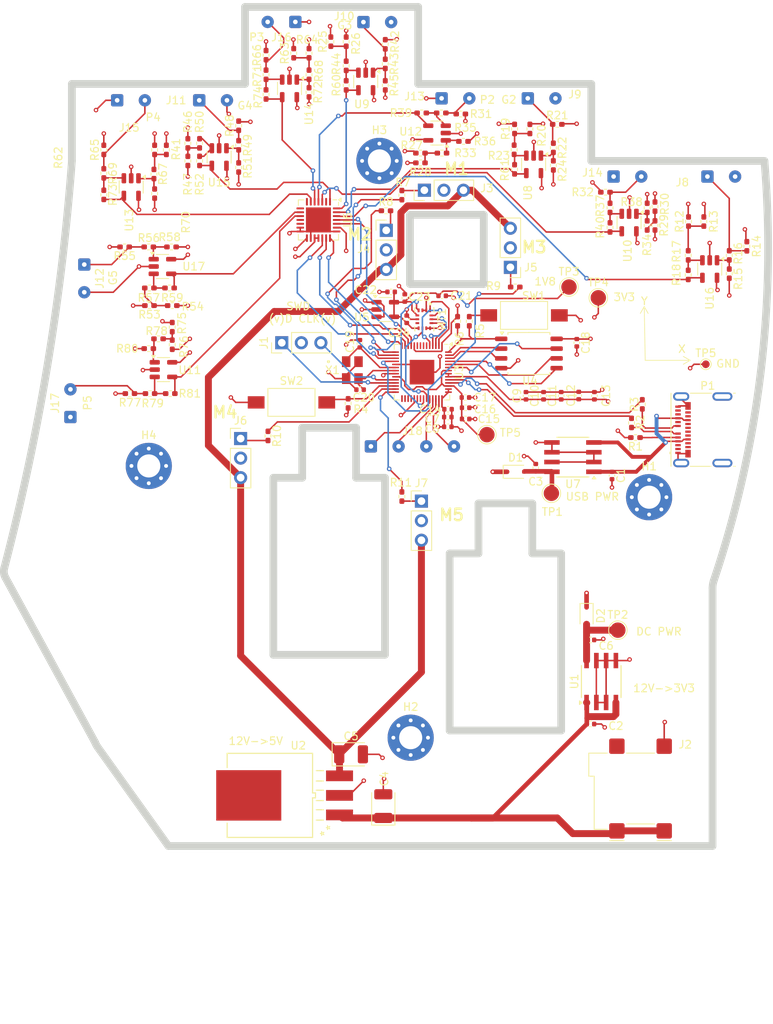
<source format=kicad_pcb>
(kicad_pcb (version 20240108) (generator "pcbnew") (generator_version "8.0")
  (layers (0 "F.Cu" signal) (1 "In1.Cu" power) (2 "In2.Cu" power) (31 "B.Cu" signal) (34 "B.Paste" user) (35 "F.Paste" user) (36 "B.SilkS" user "B.Silkscreen") (37 "F.SilkS" user "F.Silkscreen") (38 "B.Mask" user) (39 "F.Mask" user) (44 "Edge.Cuts" user))
  (net 0 "")
  (net 1 "GND")
  (net 2 "VBUS")
  (net 3 "+12V")
  (net 4 "Net-(D1-A)")
  (net 5 "+5V")
  (net 6 "Net-(D2-A)")
  (net 7 "+1V1")
  (net 8 "/XIN")
  (net 9 "/XOUT")
  (net 10 "+1V8")
  (net 11 "Net-(J1-Pin_3)")
  (net 13 "Net-(J1-Pin_1)")
  (net 14 "Net-(J3-Pin_1)")
  (net 15 "Net-(J4-Pin_1)")
  (net 16 "Net-(J5-Pin_1)")
  (net 17 "Net-(J6-Pin_1)")
  (net 18 "Net-(J7-Pin_1)")
  (net 19 "+3V3")
  (net 20 "Net-(J13-Pin_2)")
  (net 21 "Net-(J14-Pin_2)")
  (net 22 "Net-(J15-Pin_2)")
  (net 23 "Net-(J16-Pin_2)")
  (net 24 "Net-(J17-Pin_2)")
  (net 25 "Net-(J18-Pin_2)")
  (net 26 "Net-(J18-Pin_1)")
  (net 27 "Net-(J18-Pin_3)")
  (net 28 "Net-(J18-Pin_4)")
  (net 30 "/IMU/INT_2")
  (net 31 "/IMU/SDO")
  (net 32 "/IMU/CS")
  (net 33 "/IMU/INT")
  (net 34 "/IMU/SCL")
  (net 35 "/IMU/SDI")
  (net 37 "D+")
  (net 38 "Net-(P1-CC)")
  (net 39 "D-")
  (net 40 "/RUN")
  (net 41 "/~{USB_BOOT}")
  (net 42 "/QSPI_CS")
  (net 43 "/M1")
  (net 44 "/M2")
  (net 45 "/M3")
  (net 46 "/M4")
  (net 47 "/M5")
  (net 48 "Net-(R12-Pad1)")
  (net 49 "/Strain Gauges and Pressure Sensors/G1")
  (net 50 "Net-(R19-Pad1)")
  (net 51 "/Strain Gauges and Pressure Sensors/G3")
  (net 52 "Net-(R27-Pad1)")
  (net 53 "Net-(R29-Pad1)")
  (net 54 "/Strain Gauges and Pressure Sensors/P2")
  (net 55 "/Strain Gauges and Pressure Sensors/P1")
  (net 56 "Net-(R41-Pad1)")
  (net 57 "/Strain Gauges and Pressure Sensors/G2")
  (net 58 "/Strain Gauges and Pressure Sensors/G4")
  (net 59 "Net-(U9--)")
  (net 60 "Net-(U9-+)")
  (net 61 "/Strain Gauges and Pressure Sensors/G5")
  (net 62 "Net-(R63-Pad1)")
  (net 63 "/Strain Gauges and Pressure Sensors/P4")
  (net 64 "/Strain Gauges and Pressure Sensors/P3")
  (net 65 "Net-(R75-Pad1)")
  (net 66 "Net-(U11--)")
  (net 67 "Net-(U11-+)")
  (net 68 "/Strain Gauges and Pressure Sensors/P5")
  (net 74 "/QSPI_SD1")
  (net 75 "/ADC_SDI")
  (net 76 "/ADC_SCLK")
  (net 78 "/QSPI_SCLK")
  (net 81 "/EOC")
  (net 82 "/ADC_SDO")
  (net 84 "/QSPI_SD3")
  (net 85 "/QSPI_SD0")
  (net 86 "/ADC_CS")
  (net 88 "/QSPI_SD2")
  (net 93 "/USB+")
  (net 94 "/USB-")
  (net 97 "Net-(J8-Pin_1)")
  (net 98 "Net-(J9-Pin_1)")
  (net 99 "Net-(J10-Pin_1)")
  (net 100 "Net-(J11-Pin_1)")
  (net 101 "Net-(J12-Pin_1)")
  (net 102 "Net-(U16-+)")
  (net 103 "Net-(U16--)")
  (net 104 "Net-(U8-+)")
  (net 105 "Net-(U8--)")
  (net 106 "Net-(R25-Pad1)")
  (net 107 "Net-(U12-+)")
  (net 108 "Net-(U10-+)")
  (net 109 "Net-(U12--)")
  (net 110 "Net-(U10--)")
  (net 111 "Net-(R46-Pad1)")
  (net 112 "Net-(U15-+)")
  (net 113 "Net-(U15--)")
  (net 114 "Net-(R53-Pad1)")
  (net 115 "Net-(U17-+)")
  (net 116 "Net-(U17--)")
  (net 117 "Net-(U13-+)")
  (net 118 "Net-(U14-+)")
  (net 119 "Net-(U13--)")
  (net 120 "Net-(U14--)")
  (footprint "Resistor_SMD:R_0402_1005Metric_Pad0.72x0.64mm_HandSolder" (layer "F.Cu") (at 122.0845 80.264)
    (property "Reference" "R59")
    (property "Value" "5.6k")
  )
  (footprint "Resistor_SMD:R_0402_1005Metric_Pad0.72x0.64mm_HandSolder" (layer "F.Cu") (at 120.0525 65.457 -90)
    (property "Reference" "R67")
    (property "Value" "1k")
  )
  (footprint "Resistor_SMD:R_0402_1005Metric_Pad0.72x0.64mm_HandSolder" (layer "F.Cu") (at 143.044 48.26 90)
    (property "Reference" "R25")
    (property "Value" "348")
  )
  (footprint "Resistor_SMD:R_0402_1005Metric_Pad0.72x0.64mm_HandSolder" (layer "F.Cu") (at 125.984 63.754 -90)
    (property "Reference" "R52")
    (property "Value" "5.6k")
  )
  (footprint "MountingHole:MountingHole_3mm_Pad_Via" (layer "F.Cu") (at 119.38 103.378)
    (property "Reference" "H4")
    (property "Value" "MountingHole")
  )
  (footprint "Resistor_SMD:R_0402_1005Metric_Pad0.72x0.64mm_HandSolder" (layer "F.Cu") (at 134.874 99.4785 -90)
    (property "Reference" "R10")
    (property "Value" "180")
  )
  (footprint "TestPoint:TestPoint_Pad_D2.0mm" (layer "F.Cu") (at 177.8 81.534)
    (property "Reference" "TP4")
    (property "Value" "TestPoint")
  )
  (footprint "Resistor_SMD:R_0402_1005Metric_Pad0.72x0.64mm_HandSolder" (layer "F.Cu") (at 182.118 97.79 90)
    (property "Reference" "R2")
    (property "Value" "27")
  )
  (footprint "Connector_Wire:SolderWire-0.1sqmm_1x02_P3.6mm_D0.4mm_OD1mm" (layer "F.Cu") (at 191.98 65.786)
    (property "Reference" "J8")
    (property "Value" "Conn_01x02")
  )
  (footprint "Resistor_SMD:R_0402_1005Metric_Pad0.72x0.64mm_HandSolder" (layer "F.Cu") (at 150.114 53.9375 -90)
    (property "Reference" "R45")
    (property "Value" "1k")
  )
  (footprint "Resistor_SMD:R_0402_1005Metric_Pad0.72x0.64mm_HandSolder" (layer "F.Cu") (at 140.208 54.842 -90)
    (property "Reference" "R72")
    (property "Value" "1k")
  )
  (footprint "TestPoint:TestPoint_Pad_D1.0mm" (layer "F.Cu") (at 191.77 90.17)
    (property "Reference" "TP5")
    (property "Value" "TestPoint_Pad_D1.0mm")
  )
  (footprint "Resistor_SMD:R_0402_1005Metric_Pad0.72x0.64mm_HandSolder" (layer "F.Cu") (at 172.466 59.003)
    (property "Reference" "R21")
    (property "Value" "348")
  )
  (footprint "Capacitor_Tantalum_SMD:CP_EIA-3528-12_Kemet-T" (layer "F.Cu") (at 145.669 140.843)
    (property "Reference" "C5")
    (property "Value" "10u")
  )
  (footprint "Resistor_SMD:R_0402_1005Metric_Pad0.72x0.64mm_HandSolder" (layer "F.Cu") (at 122.3385 74.93)
    (property "Reference" "R58")
    (property "Value" "1k")
  )
  (footprint "Resistor_SMD:R_0402_1005Metric_Pad0.72x0.64mm_HandSolder" (layer "F.Cu") (at 145.034 51.3975 -90)
    (property "Reference" "R44")
    (property "Value" "1k")
  )
  (footprint "Resistor_SMD:R_0402_1005Metric_Pad0.72x0.64mm_HandSolder" (layer "F.Cu") (at 138.218 49.762 90)
    (property "Reference" "R63")
    (property "Value" "10k")
  )
  (footprint "Connector_Wire:SolderWire-0.1sqmm_1x02_P3.6mm_D0.4mm_OD1mm" (layer "F.Cu") (at 115.272 55.88)
    (property "Reference" "J15")
    (property "Value" "Conn_01x02")
  )
  (footprint "Resistor_SMD:R_0402_1005Metric_Pad0.72x0.64mm_HandSolder" (layer "F.Cu") (at 122.174 93.98)
    (property "Reference" "R81")
    (property "Value" "1k")
  )
  (footprint "Resistor_SMD:R_0402_1005Metric_Pad0.72x0.64mm_HandSolder" (layer "F.Cu") (at 171.958 64.337 -90)
    (property "Reference" "R24")
    (property "Value" "1k")
  )
  (footprint "Resistor_SMD:R_0402_1005Metric_Pad0.72x0.64mm_HandSolder" (layer "F.Cu") (at 120.142 62.3195 90)
    (property "Reference" "R62")
    (property "Value" "10k")
  )
  (footprint "Resistor_SMD:R_0402_1005Metric_Pad0.72x0.64mm_HandSolder" (layer "F.Cu") (at 157.48 62.738)
    (property "Reference" "R33")
    (property "Value" "1k")
  )
  (footprint "Package_DFN_QFN:TQFN-28-1EP_5x5mm_P0.5mm_EP3.25x3.25mm" (layer "F.Cu") (at 141.43 71.422 -90)
    (property "Reference" "U6")
    (property "Value" "MAX11127xTI")
  )
  (footprint "Capacitor_SMD:C_0402_1005Metric" (layer "F.Cu") (at 175.006 87.376 -90)
    (property "Reference" "C18")
    (property "Value" "100n")
  )
  (footprint "Resistor_SMD:R_0402_1005Metric_Pad0.72x0.64mm_HandSolder" (layer "F.Cu") (at 150.2035 70.231)
    (property "Reference" "R8")
    (property "Value" "180")
  )
  (footprint "Package_TO_SOT_SMD:SOT-23-5" (layer "F.Cu") (at 121.2905 90.866)
    (property "Reference" "U11")
    (property "Value" "LM321")
  )
  (footprint "Package_TO_SOT_SMD:TSOT-23-5" (layer "F.Cu") (at 150.114 83.058)
    (property "Reference" "U5")
    (property "Value" "ADP7142AUJZ-1.8")
  )
  (footprint "Resistor_SMD:R_0402_1005Metric_Pad0.72x0.64mm_HandSolder" (layer "F.Cu") (at 119.4695 82.55 180)
    (property "Reference" "R53")
    (property "Value" "348")
  )
  (footprint "Resistor_SMD:R_0402_1005Metric_Pad0.72x0.64mm_HandSolder" (layer "F.Cu") (at 145.034 48.26 90)
    (property "Reference" "R26")
    (property "Value" "348")
  )
  (footprint "Resistor_SMD:R_0402_1005Metric_Pad0.72x0.64mm_HandSolder" (layer "F.Cu") (at 150.114 51.1435 -90)
    (property "Reference" "R43")
    (property "Value" "1k")
  )
  (footprint "TestPoint:TestPoint_Pad_D2.0mm" (layer "F.Cu") (at 171.704 106.934)
    (property "Reference" "TP1")
    (property "Value" "TestPoint")
  )
  (footprint "Resistor_SMD:R_0402_1005Metric_Pad0.72x0.64mm_HandSolder" (layer "F.Cu") (at 134.62 52.556 -90)
    (property "Reference" "R71")
    (property "Value" "1k")
  )
  (footprint "TestPoint:TestPoint_Pad_D2.0mm" (layer "F.Cu") (at 163.322 99.314)
    (property "Reference" "TP5")
    (property "Value" "TestPoint")
  )
  (footprint "Resistor_SMD:R_0402_1005Metric_Pad0.72x0.64mm_HandSolder" (layer "F.Cu") (at 113.538 62.3195 90)
    (property "Reference" "R65")
    (property "Value" "10k")
  )
  (footprint "Resistor_SMD:R_0402_1005Metric_Pad0.72x0.64mm_HandSolder" (layer "F.Cu") (at 159.512 84.582 90)
    (property "Reference" "R6")
    (property "Value" "1k")
  )
  (footprint "Resistor_SMD:R_0402_1005Metric_Pad0.72x0.64mm_HandSolder" (layer "F.Cu") (at 131.064 64.6055 -90)
    (property "Reference" "R51")
    (property "Value" "1k")
  )
  (footprint "Resistor_SMD:R_0402_1005Metric_Pad0.72x0.64mm_HandSolder" (layer "F.Cu") (at 157.3905 57.526 180)
    (property "Reference" "R35")
    (property "Value" "1k")
  )
  (footprint "Resistor_SMD:R_0402_1005Metric_Pad0.72x0.64mm_HandSolder" (layer "F.Cu") (at 167.005 80.137 180)
    (property "Reference" "R9")
    (property "Value" "180")
  )
  (footprint "Digikey:ABM8-272-T3_ABR" (layer "F.Cu") (at 145.834001 90.932)
    (property "Reference" "X1")
    (property "Value" "ABM8-272-T3")
  )
  (footprint "Capacitor_SMD:C_0402_1005Metric" (layer "F.Cu") (at 158.242 98.298)
    (property "Reference" "C8")
    (property "Value" "100n")
  )
  (footprint "Resistor_SMD:R_0402_1005Metric_Pad0.72x0.64mm_HandSolder" (layer "F.Cu") (at 152.273 68.199 90)
    (property "Reference" "R7")
    (property "Value" "180")
  )
  (footprint "Resistor_SMD:R_0402_1005Metric_Pad0.72x0.64mm_HandSolder" (layer "F.Cu") (at 185.166 69.6855 90)
    (property "Reference" "R30")
    (property "Value" "10k")
  )
  (footprint "Resistor_SMD:R_0402_1005Metric_Pad0.72x0.64mm_HandSolder" (layer "F.Cu") (at 113.538 68.1615 -90)
    (property "Reference" "R73")
    (property "Value" "1k")
  )
  (footprint "Connector_Wire:SolderWire-0.1sqmm_1x02_P3.6mm_D0.4mm_OD1mm" (layer "F.Cu") (at 110.998 77.216 -90)
    (property "Reference" "J12")
    (property "Value" "Conn_01x02")
  )
  (footprint "Resistor_SMD:R_0402_1005Metric_Pad0.72x0.64mm_HandSolder" (layer "F.Cu") (at 184.15 69.85 90)
    (property "Reference" "R38")
    (property "Value" "1k")
  )
  (footprint "Resistor_SMD:R_0402_1005Metric_Pad0.72x0.64mm_HandSolder" (layer "F.Cu") (at 119.5445 93.98)
    (property "Reference" "R79")
    (property "Value" "1k")
  )
  (footprint "Resistor_SMD:R_0402_1005Metric_Pad0.72x0.64mm_HandSolder" (layer "F.Cu") (at 182.626 99.695 180)
    (property "Reference" "R1")
    (property "Value" "5.1k")
  )
  (footprint "Resistor_SMD:R_0402_1005Metric_Pad0.72x0.64mm_HandSolder" (layer "F.Cu") (at 145.288 95.25 -90)
    (property "Reference" "R4")
    (property "Value" "10k")
  )
  (footprint "Capacitor_SMD:C_0402_1005Metric" (layer "F.Cu") (at 160.556 97.282)
    (property "Reference" "C15")
    (property "Value" "100n")
  )
  (footprint "Resistor_SMD:R_0402_1005Metric_Pad0.72x0.64mm_HandSolder" (layer "F.Cu") (at 154.686 62.738 180)
    (property "Reference" "R27")
    (property "Value" "10k")
  )
  (footprint "Package_TO_SOT_SMD:SOT-23-5" (layer "F.Cu") (at 137.668 54.334 -90)
    (property "Reference" "U14")
    (property "Value" "LM321")
  )
  (footprint "Resistor_SMD:R_0402_1005Metric_Pad0.72x0.64mm_HandSolder" (layer "F.Cu") (at 189.484 78.561 -90)
    (property "Reference" "R18")
    (property "Value" "5.6k")
  )
  (footprint "Connector_Wire:SolderWire-0.1sqmm_1x04_P3.6mm_D0.4mm_OD1mm" (layer "F.Cu") (at 148.248 100.838)
    (property "Reference" "J18")
    (property "Value" "Conn_01x04")
  )
  (footprint "Connector_PinHeader_2.54mm:PinHeader_1x03_P2.54mm_Vertical" (layer "F.Cu") (at 166.37 77.582 180)
    (property "Reference" "J5")
    (property "Value" "Conn_01x03")
  )
  (footprint "Resistor_SMD:R_0402_1005Metric_Pad0.72x0.64mm_HandSolder" (layer "F.Cu") (at 119.38 74.93)
    (property "Reference" "R56")
    (property "Value" "1k")
  )
  (footprint "Resistor_SMD:R_0402_1005Metric_Pad0.72x0.64mm_HandSolder" (layer "F.Cu") (at 184.15 72.136 90)
    (property "Reference" "R34")
    (property "Value" "1k")
  )
  (footprint "Package_TO_SOT_SMD:SOT-23-5" (layer "F.Cu") (at 156.8395 60.132 180)
    (property "Reference" "U12")
    (property "Value" "LM321")
  )
  (footprint "Capacitor_SMD:C_0402_1005Metric" (layer "F.Cu") (at 150.876 80.772 180)
    (property "Reference" "C22")
    (property "Value" "0.1u")
  )
  (footprint "Resistor_SMD:R_0402_1005Metric_Pad0.72x0.64mm_HandSolder" (layer "F.Cu") (at 134.62 55.118 -90)
    (property "Reference" "R74")
    (property "Value" "1k")
  )
  (footprint "Resistor_SMD:R_0402_1005Metric_Pad0.72x0.64mm_HandSolder" (layer "F.Cu") (at 159.9305 57.658)
    (property "Reference" "R31")
    (property "Value" "10k")
  )
  (footprint "Package_SO:SOIC-8_5.23x5.23mm_P1.27mm" (layer "F.Cu") (at 168.783 88.773)
    (property "Reference" "U4")
    (property "Value" "W25Q128JVS")
  )
  (footprint "Capacitor_SMD:C_0402_1005Metric" (layer "F.Cu") (at 158.27 96.012)
    (property "Reference" "C14")
    (property "Value" "1u")
  )
  (footprint "Connector_PinHeader_2.54mm:PinHeader_1x03_P2.54mm_Vertical" (layer "F.Cu") (at 154.813 107.95)
    (property "Reference" "J7")
    (property "Value" "Conn_01x03")
  )
  (footprint "Resistor_SMD:R_0402_1005Metric_Pad0.72x0.64mm_HandSolder" (layer "F.Cu") (at 183.515 95.377 90)
    (property "Reference" "R3")
    (property "Value" "27")
  )
  (footprint "Resistor_SMD:R_0402_1005Metric_Pad0.72x0.64mm_HandSolder" (layer "F.Cu") (at 119.38 88.138 180)
    (property "Reference" "R80")
    (property "Value" "1k")
  )
  (footprint "Connector_BarrelJack:BarrelJack_Wuerth_694106106102_2.0x5.5mm" (layer "F.Cu") (at 183.289 145.288 90)
    (property "Reference" "J2")
    (property "Value" "Barrel_Jack")
  )
  (footprint "Connector_Wire:SolderWire-0.1sqmm_1x02_P3.6mm_D0.4mm_OD1mm" (layer "F.Cu") (at 168.634 55.626)
    (property "Reference" "J9")
    (property "Value" "Conn_01x02")
  )
  (footprint "Resistor_SMD:R_0402_1005Metric_Pad0.72x0.64mm_HandSolder" (layer "F.Cu") (at 120.142 67.997 -90)
    (property "Reference" "R70")
    (property "Value" "1k")
  )
  (footprint "Connector_PinHeader_2.54mm:PinHeader_1x03_P2.54mm_Vertical" (layer "F.Cu") (at 131.318 99.822)
    (property "Reference" "J6")
    (property "Value" "Conn_01x03")
  )
  (footprint "Package_SO:PowerIntegrations_SO-8" (layer "F.Cu") (at 174.498 102.235 180)
    (property "Reference" "U7")
    (property "Value" "MAX604")
  )
  (footprint "Resistor_SMD:R_0402_1005Metric_Pad0.72x0.64mm_HandSolder" (layer "F.Cu") (at 178.7265 67.818 180)
    (property "Reference" "R32")
    (property "Value" "10k")
  )
  (footprint "Resistor_SMD:R_0402_1005Metric_Pad0.72x0.64mm_HandSolder" (layer "F.Cu") (at 194.818 78.3965 -90)
    (property "Reference" "R15")
    (property "Value" "1k")
  )
  (footprint "Package_TO_SOT_SMD:SOT-23-5" (layer "F.Cu") (at 192.278 77.799 -90)
    (property "Reference" "U16")
    (property "Value" "LM321")
  )
  (footprint "Capacitor_SMD:C_0402_1005Metric" (layer "F.Cu") (at 175.26 94.234 90)
    (property "Reference" "C12")
    (property "Value" "100n")
  )
  (footprint "Capacitor_SMD:C_0402_1005Metric" (layer "F.Cu") (at 158.242 97.028)
    (property "Reference" "C7")
    (property "Value" "100n")
  )
  (footprint "Resistor_SMD:R_0402_1005Metric_Pad0.72x0.64mm_HandSolder" (layer "F.Cu") (at 160.274 61.214)
    (property "Reference" "R36")
    (property "Value" "1k")
  )
  (footprint "Capacitor_SMD:C_0402_1005Metric" (layer "F.Cu") (at 176.784 125.984)
    (property "Reference" "C6")
    (property "Value" "10u")
  )
  (footprint "Connector_Wire:SolderWire-0.1sqmm_1x02_P3.6mm_D0.4mm_OD1mm" (layer "F.Cu") (at 138.43 45.698 180)
    (property "Reference" "J16")
    (property "Value" "Conn_01x02")
  )
  (footprint "Resistor_SMD:R_0402_1005Metric_Pad0.72x0.64mm_HandSolder" (layer "F.Cu") (at 166.92 64.845 -90)
    (property "Reference" "R61")
    (property "Value" "5.6k")
  )
  (footprint "Connector_Wire:SolderWire-0.1sqmm_1x02_P3.6mm_D0.4mm_OD1mm" (layer "F.Cu") (at 125.94 55.88)
    (property "Reference" "J11")
    (property "Value" "Conn_01x02")
  )
  (footprint "Package_DFN_QFN:QFN-56-1EP_7x7mm_P0.4mm_EP3.2x3.2mm" (layer "F.Cu") (at 154.886 91.1945 -90)
    (property "Reference" "U3")
    (property "Value" "RP2040")
  )
  (footprint "Resistor_SMD:R_0402_1005Metric_Pad0.72x0.64mm_HandSolder" (layer "F.Cu") (at 134.62 50.016 90)
    (property "Reference" "R66")
    (property "Value" "10k")
  )
  (footprint "Package_TO_SOT_SMD:SOT-23-5" (layer "F.Cu") (at 117.094 67.1455 -90)
    (property "Reference" "U13")
    (property "Value" "LM321")
  )
  (footprint "Resistor_SMD:R_0402_1005Metric_Pad0.72x0.64mm_HandSolder" (layer "F.Cu") (at 140.208 52.556 -90)
    (property "Reference" "R68")
    (property "Value" "1k")
  )
  (footprint "Capacitor_SMD:C_0402_1005Metric" (layer "F.Cu") (at 179.578 104.62 -90)
    (property "Reference" "C1")
    (property "Value" "10u")
  )
  (footprint "Connector_PinHeader_2.54mm:PinHeader_1x03_P2.54mm_Vertical" (layer "F.Cu") (at 136.667 87.376 90)
    (property "Reference" "J1")
    (property "Value" "Conn_01x03")
  )
  (footprint "Resistor_SMD:R_0402_1005Metric_Pad0.72x0.64mm_HandSolder" (layer "F.Cu") (at 131.064 59.182 90)
    (property "Reference" "R48")
    (property "Value" "350")
  )
  (footprint "Resistor_SMD:R_0402_1005Metric_Pad0.72x0.64mm_HandSolder" (layer "F.Cu") (at 152.273 107.3525 -90)
    (property "Reference" "R11")
    (property "Value" "180")
  )
  (footprint "Connector_Wire:SolderWire-0.1sqmm_1x02_P3.6mm_D0.4mm_OD1mm" (layer "F.Cu") (at 157.436 55.626)
    (property "Reference" "J13")
    (property "Value" "Conn_01x02")
  )
  (footprint "Resistor_SMD:R_0402_1005Metric_Pad0.72x0.64mm_HandSolder" (layer "F.Cu") (at 171.958 62.051 -90)
    (property "Reference" "R22")
    (property "Value" "1k")
  )
  (footprint "MountingHole:MountingHole_3mm_Pad_Via" (layer "F.Cu") (at 153.416 138.684)
    (property "Reference" "H2")
    (property "Value" "MountingHole")
  )
  (footprint "Package_TO_SOT_SMD:SOT-23-5" (layer "F.Cu") (at 181.798 71.7605 -90)
    (property "Reference" "U10")
    (property "Value" "LM321")
  )
  (footprint "Resistor_SMD:R_0402_1005Metric_Pad0.72x0.64mm_HandSolder" (layer "F.Cu") (at 154.686 64.008 180)
    (property "Reference" "R28")
    (property "Value" "10k")
  )
  (footprint "Resistor_SMD:R_0402_1005Metric_Pad0.72x0.64mm_HandSolder" (layer "F.Cu") (at 194.818 76.021 -90)
    (property "Reference" "R16")
    (property "Value" "1k")
  )
  (footprint "Package_TO_SOT_SMD:SOT-23-5" (layer "F.Cu") (at 169.394 64.2045 -90)
    (property "Reference" "U8")
    (property "Value" "LM321")
  )
  (footprint "Resistor_SMD:R_0402_1005Metric_Pad0.72x0.64mm_HandSolder" (layer "F.Cu") (at 191.516 71.628 90)
    (property "Reference" "R13")
    (property "Value" "348")
  )
  (footprint "Capacitor_SMD:C_0402_1005Metric" (layer "F.Cu") (at 168.402 94.262 90)
    (property "Reference" "C9")
    (property "Value" "100n")
  )
  (footprint "Resistor_SMD:R_0402_1005Metric_Pad0.72x0.64mm_HandSolder" (layer "F.Cu") (at 145.034 53.9375 -90)
    (property "Reference" "R60")
    (property "Value" "5.6k")
  )
  (footprint "Capacitor_SMD:C_0402_1005Metric" (layer "F.Cu") (at 160.556 95.82)
    (property "Reference" "C16")
    (property "Value" "100n")
  )
  (footprint "Resistor_SMD:R_0402_1005Metric_Pad0.72x0.64mm_HandSolder" (layer "F.Cu") (at 185.166 72.136 -90)
    (property "Reference" "R29")
    (property "Value" "10k")
  )
  (footprint "Connector_Wire:SolderWire-0.1sqmm_1x02_P3.6mm_D0.4mm_OD1mm" (layer "F.Cu") (at 179.788 65.786)
    (property "Reference" "J14")
    (property "Value" "Conn_01x02")
  )
  (footprint "Resistor_SMD:R_0402_1005Metric_Pad0.72x0.64mm_HandSolder" (layer "F.Cu") (at 124.46 61.468 90)
    (property "Reference" "R46")
    (property "Value" "348")
  )
  (footprint "Capacitor_SMD:C_0402_1005Metric" (layer "F.Cu") (at 170.688 94.262 90)
    (property "Reference" "C10")
    (property "Value" "100n")
  )
  (footprint "Diode_SMD:D_SOD-323F" (layer "F.Cu") (at 176.276 122.852 -90)
    (property "Reference" "D2")
    (property "Value" "D_Schottky")
  )
  (footprint "MountingHole:MountingHole_3mm_Pad_Via" (layer "F.Cu") (at 149.352 63.754)
    (property "Reference" "H3")
    (property "Value" "MountingHole")
  )
  (footprint "Resistor_SMD:R_0402_1005Metric_Pad0.72x0.64mm_HandSolder" (layer "F.Cu") (at 116.2425 74.93 180)
    (property "Reference" "R55")
    (property "Value" "348")
  )
  (footprint "Resistor_SMD:R_0402_1005Metric_Pad0.72x0.64mm_HandSolder" (layer "F.Cu") (at 179.324 69.85 -90)
    (property "Reference" "R37")
    (property "Value" "1k")
  )
  (footprint "Resistor_SMD:R_0402_1005Metric_Pad0.72x0.64mm_HandSolder" (layer "F.Cu") (at 179.324 72.39 -90)
    (property "Reference" "R40")
    (property "Value" "1k")
  )
  (footprint "Resistor_SMD:R_0402_1005Metric_Pad0.72x0.64mm_HandSolder" (layer "F.Cu") (at 122.428 87.63 -90)
    (property "Reference" "R76")
    (property "Value" "10k")
  )
  (footprint "Resistor_SMD:R_0402_1005Metric_Pad0.72x0.64mm_HandSolder" (layer "F.Cu") (at 124.46 63.754 -90)
    (property "Reference" "R47")
    (property "Value" "348")
  )
  (footprint "Resistor_SMD:R_0402_1005Metric_Pad0.72x0.64mm_HandSolder" (layer "F.Cu") (at 154.8505 57.526 180)
    (property "Reference" "R39")
    (property "Value" "1k")
  )
  (footprint "Button_Switch_SMD:SW_SPST_FSMSM" (layer "F.Cu") (at 137.922 95.123 180)
    (property "Reference" "SW2")
    (property "Value" "SW_MEC_5G")
  )
  (footprint "Resistor_SMD:R_0402_1005Metric_Pad0.72x0.64mm_HandSolder" (layer "F.Cu") (at 121.666 62.3195 90)
    (property "Reference" "R41")
    (property "Value" "10k")
  )
  (footprint "Package_TO_SOT_SMD:SOT-23-5" (layer "F.Cu") (at 121.158 77.47)
    (property "Reference" "U17")
    (property "Value" "LM321")
  )
  (footprint "Resistor_SMD:R_0402_1005Metric_Pad0.72x0.64mm_HandSolder" (layer "F.Cu") (at 122.428 82.55)
    (property "Reference" "R54")
    (property "Value" "348")
  )
  (footprint "Diode_SMD:D_SOD-323F" (layer "F.Cu") (at 167.048 104.14)
    (property "Reference" "D1")
    (property "Value" "D_Schottky")
  )
  (footprint "Capacitor_SMD:C_0402_1005Metric" (layer "F.Cu") (at 176.784 136.906)
    (property "Reference" "C2")
    (property "Value" "10u")
  )
  (footprint "Capacitor_SMD:C_0402_1005Metric" (layer "F.Cu") (at 169.672 103.604 90)
    (property "Reference" "C3")
    (property "Value" "10u")
  )
  (footprint "Capacitor_SMD:C_0402_1005Metric" (layer "F.Cu") (at 172.974 94.262 90)
    (property "Reference" "C11")
    (property "Value" "100n")
  )
  (footprint "Resistor_SMD:R_0402_1005Metric_Pad0.72x0.64mm_HandSolder" (layer "F.Cu") (at 125.984 61.468 90)
    (property "Reference" "R50")
    (property "Value" "1k")
  )
  (footprint "Package_TO_SOT_SMD:SOT-23-5" (layer "F.Cu") (at 147.574 53.4295 -90)
    (property "Reference" "U9")
    (property "Value" "LM321")
  )
  (footprint "Digikey:TO-263-3_MCL" (layer "F.Cu") (at 135.1153 146.177 90)
    (property "Reference" "U2")
    (property "Value" "MIC29300-5.0WU")
  )
  (footprint "Resistor_SMD:R_0402_1005Metric_Pad0.72x0.64mm_HandSolder" (layer "F.Cu") (at 161.036 84.582 -90)
    (property "Reference" "R5")
    (property "Value" "1k")
  )
  (footprint "Digikey:ICM-42670-P" (layer "F.Cu") (at 155.194 84.328 -90)
    (property "Reference" "MT1")
    (property "Value" "ICM-42670-P")
  )
  (footprint "Capacitor_SMD:C_0402_1005Metric" (layer "F.Cu") (at 160.528 94.488)
    (property "Reference" "C17")
    (property "Value" "1u")
  )
  (footprint "Resistor_SMD:R_0402_1005Metric_Pad0.72x0.64mm_HandSolder" (layer "F.Cu") (at 120.65 86.868 180)
    (property "Reference" "R78")
    (property "Value" "1k")
  )
  (footprint "Capacitor_SMD:C_0402_1005Metric" (layer "F.Cu") (at 177.292 94.262 90)
    (property "Reference" "C13")
    (property "Value" "100n")
  )
  (footprint "Capacitor_SMD:C_0402_1005Metric" (layer "F.Cu") (at 146.812 87.503 90)
    (property "Reference" "C19")
    (property "Value" "15p")
  )
  (footprint "Resistor_SMD:R_0402_1005Metric_Pad0.72x0.64mm_HandSolder" (layer "F.Cu") (at 168.91 59.6005 90)
    (property "Reference" "R20")
    (property "Value" "348")
  )
  (footprint "Package_TO_SOT_SMD:SOT-23-5" (layer "F.Cu") (at 128.524 63.246 -90)
    (property "Reference" "U15")
    (property "Value" "LM321")
  )
  (footprint "Capacitor_SMD:C_0402_1005Metric" (layer "F.Cu") (at 146.84 93.472 180)
    (property "Reference" "C20")
    (property "Value" "15p")
  )
  (footprint "Resistor_SMD:R_0402_1005Metric_Pad0.72x0.64mm_HandSolder" (layer "F.Cu") (at 166.92 59.6005 90)
    (property "Reference" "R19")
    (property "Value" "348")
  )
  (footprint "Button_Switch_SMD:SW_SPST_FSMSM" (layer "F.Cu") (at 168.148 83.82)
    (property "Reference" "SW1")
    (property "Value" "SW_MEC_5G")
  )
  (footprint "Capacitor_SMD:C_0402_1005Metric" (layer "F.Cu") (at 152.908 84.328 90)
    (property "Reference" "C24")
    (property "Value" "10n")
  )
  (footprint "Connector_Wire:SolderWire-0.1sqmm_1x02_P3.6mm_D0.4mm_OD1mm" (layer "F.Cu") (at 109.198 97.028 90)
    (property "Reference" "J17")
    (property "Value" "Conn_01x02")
  )
  (footprint "Capacitor_Tantalum_SMD:CP_EIA-3528-12_Kemet-T" (layer "F.Cu") (at 149.86 147.574 90)
    (property "Reference" "C4")
    (property "Value" "10u")
  )
  (footprint "TestPoint:TestPoint_Pad_D2.0mm" (layer "F.Cu") (at 173.99 80.137)
    (property "Reference" "TP3")
    (property "Value" "TestPoint")
  )
  (footprint "Resistor_SMD:R_0402_1005Metric_Pad0.72x0.64mm_HandSolder" (layer "F.Cu") (at 131.064 61.722 -90)
    (property "Reference" "R49")
    (property "Value" "1k")
  )
  (footprint "Resistor_SMD:R_0402_1005Metric_Pad0.72x0.64mm_HandSolder" (layer "F.Cu") (at 119.455 80.264)
    (property "Reference" "R57")
    (property "Value" "1k")
  )
  (footprint "Resistor_SMD:R_0402_1005Metric_Pad0.72x0.64mm_HandSolder" (layer "F.Cu") (at 140.208 49.762 90)
    (property "Reference" "R64")
    (property "Value" "10k")
  )
  (footprint "Resistor_SMD:R_0402_1005Metric_Pad0.72x0.64mm_HandSolder" (layer "F.Cu") (at 116.9295 93.98 180)
    (property "Reference" "R77")
    (property "Value" "10k")
  )
  (footprint "Connector_Wire:SolderWire-0.1sqmm_1x02_P3.6mm_D0.4mm_OD1mm" (layer "F.Cu") (at 147.276 45.72)
    (property "Reference" "J10")
    (property "Value" "Conn_01x02")
  )
  (footprint "Resistor_SMD:R_0402_1005Metric_Pad0.72x0.64mm_HandSolder" (layer "F.Cu") (at 113.538 65.3675 -90)
    (property "Reference" "R69")
    (property "Value" "1k")
  )
  (footprint "Resistor_SMD:R_0402_1005Metric_Pad0.72x0.64mm_HandSolder" (layer "F.Cu") (at 189.526 71.628 90)
    (property "Reference" "R12")
    (property "Value" "348")
  )
  (footprint "Resistor_SMD:R_0402_1005Metric_Pad0.72x0.64mm_HandSolder" (layer "F.Cu") (at 122.428 85.344 90)
    (property "Reference" "R75")
    (property "Value" "10k")
  )
  (footprint "Resistor_SMD:R_0402_1005Metric_Pad0.72x0.64mm_HandSolder" (layer "F.Cu") (at 189.484 76.021 -90)
    (property "Reference" "R17")
    (property "Value" "1k")
  )
  (footprint "Connector_PinHeader_2.54mm:PinHeader_1x03_P2.54mm_Vertical" (layer "F.Cu") (at 150.241 72.771)
    (property "Reference" "J4")
    (property "Value" "Conn_01x03")
  )
  (footprint "Connector_PinHeader_2.54mm:PinHeader_1x03_P2.54mm_Vertical" (layer "F.Cu") (at 155.194 67.564 90)
    (property "Reference" "J3")
    (property "Value" "Conn_01x03")
  )
  (footprint "Capacitor_SMD:C_0402_1005Metric" (layer "F.Cu") (at 152.654 81.562 90)
    (property "Reference" "C23")
    (property "Value" "22u")
  )
  (footprint "Resistor_SMD:R_0402_1005Metric_Pad0.72x0.64mm_HandSolder" (layer "F.Cu") (at 150.114 48.6035 90)
    (property "Reference" "R42")
    (property "Value" "348")
  )
  (footprint "Package_SO:PowerIntegrations_SO-8" (layer "F.Cu") (at 178.181 131.387 90)
    (property "Reference" "U1")
    (property "Value" "MAX604")
  )
  (footprint "Resistor_SMD:R_0402_1005Metric_Pad0.72x0.64mm_HandSolder" (layer "F.Cu") (at 166.862 62.305 -90)
    (property "Reference" "R23")
    (property "Value" "1k")
  )
  (footprint "MountingHole:MountingHole_3mm_Pad_Via" (layer "F.Cu") (at 184.404 107.442)
    (property "Reference" "H1")
    (property "Value" "MountingHole")
  )
  (footprint "Connector_USB:USB_C_Receptacle_Molex_105450-0101" (layer "F.Cu") (at 191.374 98.681 90)
    (property "Reference" "P1")
    (property "Value" "USB_C_Plug_USB2.0")
  )
  (footprint "Resistor_SMD:R_0402_1005Metric_Pad0.72x0.64mm_HandSolder" (layer "F.Cu") (at 197.104 74.8405 90)
    (property "Reference" "R14")
    (property "Value" "348")
  )
  (footprint "Capacitor_SMD:C_0402_1005Metric" (layer "F.Cu") (at 157.508 81.28)
    (property "Reference" "C21")
    (property "Value" "1nf")
  )
  (footprint "TestPoint:TestPoint_Pad_D2.0mm" (layer "F.Cu") (at 180.34 124.714)
    (property "Reference" "TP2")
    (property "Value" "TestPoint")
  )
  (gr_line (start 183.769 82.677) (end 183.261 83.566) (stroke (width 0.1)) (layer "F.SilkS"))
  (gr_line (start 189.738 89.662) (end 188.849 89.154) (stroke (width 0.1)) (layer "F.SilkS"))
  (gr_line (start 183.769 82.677) (end 183.896 89.662) (stroke (width 0.1)) (layer "F.SilkS"))
  (gr_line (start 189.738 89.662) (end 188.849 90.17) (stroke (width 0.1)) (layer "F.SilkS"))
  (gr_line (start 183.769 82.677) (end 184.277 83.566) (stroke (width 0.1)) (layer "F.SilkS"))
  (gr_line (start 183.896 89.662) (end 189.738 89.662) (stroke (width 0.1)) (layer "F.SilkS"))
  (gr_line (start 154.390002 53.754) (end 176.890002 53.754) (stroke (width 1)) (layer "Edge.Cuts"))
  (gr_line (start 135.573516 104.912686) (end 139.323516 104.912686) (stroke (width 1)) (layer "Edge.Cuts"))
  (gr_line (start 172.977272 114.749323) (end 172.977272 137.749323) (stroke (width 1)) (layer "Edge.Cuts"))
  (gr_line (start 135.573516 104.912686) (end 135.573516 127.912686) (stroke (width 1)) (layer "Edge.Cuts"))
  (gr_arc (start 109.390002 63.753985) (mid 106.196735 90.39902) (end 100.60082 116.644792) (stroke (width 1)) (layer "Edge.Cuts"))
  (gr_arc (start 100.75252 117.88712) (mid 100.558183 117.280424) (end 100.60082 116.644792) (stroke (width 1)) (layer "Edge.Cuts"))
  (gr_line (start 135.573516 127.912686) (end 150.073516 127.912686) (stroke (width 1)) (layer "Edge.Cuts"))
  (gr_line (start 139.323516 98.412686) (end 139.323516 104.912686) (stroke (width 1)) (layer "Edge.Cuts"))
  (gr_line (start 158.477272 114.749323) (end 162.227272 114.749323) (stroke (width 1)) (layer "Edge.Cuts"))
  (gr_line (start 176.890002 53.754) (end 176.890002 63.754) (stroke (width 1)) (layer "Edge.Cuts"))
  (gr_arc (start 199.39 63.754) (mid 198.888676 91.360139) (end 192.801758 118.291527) (stroke (width 1)) (layer "Edge.Cuts"))
  (gr_line (start 150.073516 104.912686) (end 150.073516 127.912686) (stroke (width 1)) (layer "Edge.Cuts"))
  (gr_arc (start 192.645339 119.2476) (mid 192.684702 118.763208) (end 192.801758 118.291527) (stroke (width 1)) (layer "Edge.Cuts"))
  (gr_line (start 139.323516 98.412686) (end 146.323516 98.412686) (stroke (width 1)) (layer "Edge.Cuts"))
  (gr_line (start 121.929611 152.754) (end 112.751098 139.929969) (stroke (width 1)) (layer "Edge.Cuts"))
  (gr_line (start 158.477272 137.749323) (end 172.977272 137.749323) (stroke (width 1)) (layer "Edge.Cuts"))
  (gr_line (start 162.227272 108.249323) (end 169.227272 108.249323) (stroke (width 1)) (layer "Edge.Cuts"))
  (gr_line (start 169.227272 114.749323) (end 172.977272 114.749323) (stroke (width 1)) (layer "Edge.Cuts"))
  (gr_line (start 153.324878 70.754) (end 153.324878 79.754) (stroke (width 1)) (layer "Edge.Cuts"))
  (gr_line (start 146.323516 104.912686) (end 150.073516 104.912686) (stroke (width 1)) (layer "Edge.Cuts"))
  (gr_line (start 169.227272 108.249323) (end 169.227272 114.749323) (stroke (width 1)) (layer "Edge.Cuts"))
  (gr_line (start 146.323516 98.412686) (end 146.323516 104.912686) (stroke (width 1)) (layer "Edge.Cuts"))
  (gr_line (start 112.399934 139.284841) (end 100.75252 117.88712) (stroke (width 1)) (layer "Edge.Cuts"))
  (gr_line (start 162.227272 108.249323) (end 162.227272 114.749323) (stroke (width 1)) (layer "Edge.Cuts"))
  (gr_line (start 131.890002 43.754) (end 154.390002 43.754) (stroke (width 1)) (layer "Edge.Cuts"))
  (gr_line (start 176.890002 63.754) (end 199.39 63.754) (stroke (width 1)) (layer "Edge.Cuts"))
  (gr_line (start 158.477272 114.749323) (end 158.477272 137.749323) (stroke (width 1)) (layer "Edge.Cuts"))
  (gr_line (start 162.910372 79.754) (end 153.324878 79.754) (stroke (width 1)) (layer "Edge.Cuts"))
  (gr_line (start 162.910372 70.754) (end 162.910372 79.754) (stroke (width 1)) (layer "Edge.Cuts"))
  (gr_line (start 109.390002 53.754) (end 109.390002 63.753985) (stroke (width 1)) (layer "Edge.Cuts"))
  (gr_line (start 162.910372 70.754) (end 153.324878 70.754) (stroke (width 1)) (layer "Edge.Cuts"))
  (gr_line (start 131.890002 53.754) (end 109.390002 53.754) (stroke (width 1)) (layer "Edge.Cuts"))
  (gr_line (start 192.645339 119.2476) (end 192.645339 152.754) (stroke (width 1)) (layer "Edge.Cuts"))
  (gr_line (start 121.929611 152.754) (end 192.645339 152.754) (stroke (width 1)) (layer "Edge.Cuts"))
  (gr_line (start 131.890002 53.754) (end 131.890002 43.754) (stroke (width 1)) (layer "Edge.Cuts"))
  (gr_line (start 154.390002 43.754) (end 154.390002 53.754) (stroke (width 1)) (layer "Edge.Cuts"))
  (gr_arc (start 112.751098 139.929969) (mid 112.555698 139.618192) (end 112.399934 139.284841) (stroke (width 1)) (layer "Edge.Cuts"))
  (gr_text "M2\n" (at 145.034 74.168 0) (layer "F.SilkS") (effects (font (size 1.5 1.5) (thickness 0.3) (bold yes)) (justify left bottom)))
  (gr_text "M4\n\n" (at 127.508 99.695 0) (layer "F.SilkS") (effects (font (size 1.5 1.5) (thickness 0.3) (bold yes)) (justify left bottom)))
  (gr_text "G4\n" (at 130.81 57.15 0) (layer "F.SilkS") (effects (font (size 1 1)) (justify left bottom)))
  (gr_text "X" (at 188.087 88.773 0) (layer "F.SilkS") (effects (font (size 1 1)) (justify left bottom)))
  (gr_text "1V8" (at 169.418 80.01 0) (layer "F.SilkS") (effects (font (size 1 1)) (justify left bottom)))
  (gr_text "M5\n" (at 156.972 110.617 0) (layer "F.SilkS") (effects (font (size 1.5 1.5) (thickness 0.3) (bold yes)) (justify left bottom)))
  (gr_text "DC PWR" (at 182.626 125.476 0) (layer "F.SilkS") (effects (font (size 1 1)) (justify left bottom)))
  (gr_text "12V->3V3" (at 182.245 132.842 0) (layer "F.SilkS") (effects (font (size 1 1)) (justify left bottom)))
  (gr_text "P5\n" (at 112.014 96.266 90) (layer "F.SilkS") (effects (font (size 1 1)) (justify left bottom)))
  (gr_text "12V->5V" (at 129.667 139.7 0) (layer "F.SilkS") (effects (font (size 1 1)) (justify left bottom)))
  (gr_text "    SWD \n (v)D CLK(v)\n" (at 134.112 84.836 0) (layer "F.SilkS") (effects (font (size 1 1)) (justify left bottom)))
  (gr_text "M3\n\n" (at 167.7 78.247 0) (layer "F.SilkS") (effects (font (size 1.5 1.5) (thickness 0.3) (bold yes)) (justify left bottom)))
  (gr_text "Y\n" (at 183.261 82.55 0) (layer "F.SilkS") (effects (font (size 1 1)) (justify left bottom)))
  (gr_text "GND\n" (at 193.04 90.678 0) (layer "F.SilkS") (effects (font (size 1 1)) (justify left bottom)))
  (gr_text "G2\n" (at 165.1 56.388 0) (layer "F.SilkS") (effects (font (size 1 1)) (justify left bottom)))
  (gr_text "USB PWR" (at 173.482 107.95 0) (layer "F.SilkS") (effects (font (size 1 1)) (justify left bottom)))
  (gr_text "P4\n" (at 118.872 58.674 0) (layer "F.SilkS") (effects (font (size 1 1)) (justify left bottom)))
  (gr_text "G5\n" (at 115.316 80.01 90) (layer "F.SilkS") (effects (font (size 1 1)) (justify left bottom)))
  (gr_text "3V3" (at 179.705 82.042 0) (layer "F.SilkS") (effects (font (size 1 1)) (justify left bottom)))
  (gr_text "P2\n" (at 162.306 56.388 0) (layer "F.SilkS") (effects (font (size 1 1)) (justify left bottom)))
  (gr_text "M1\n" (at 157.607 65.659 0) (layer "F.SilkS") (effects (font (size 1.5 1.5) (thickness 0.3) (bold yes)) (justify left bottom)))
  (gr_text "P3\n" (at 132.334 48.26 0) (layer "F.SilkS") (effects (font (size 1 1)) (justify left bottom)))
  (gr_text "G3\n" (at 143.764 46.736 0) (layer "F.SilkS") (effects (font (size 1 1)) (justify left bottom)))
  (segment (start 158.75 81.28) (end 159.004 81.534) (width 0.2) (layer "F.Cu") (net 1))
  (segment (start 174.879 83.82) (end 172.738 83.82) (width 0.2) (layer "F.Cu") (net 1))
  (segment (start 123.0255 82.55) (end 124.46 82.55) (width 0.2) (layer "F.Cu") (net 1))
  (segment (start 128.524 60.452) (end 128.524 61.976) (width 0.2) (layer "F.Cu") (net 1))
  (segment (start 130.048 94.488) (end 130.683 95.123) (width 0.2) (layer "F.Cu") (net 1))
  (segment (start 161.008 95.758) (end 161.798 95.758) (width 0.2) (layer "F.Cu") (net 1))
  (segment (start 181.864 68.49775) (end 181.864 70.557) (width 0.2) (layer "F.Cu") (net 1))
  (segment (start 148.9765 83.058) (end 147.066 83.058) (width 0.2) (layer "F.Cu") (net 1))
  (segment (start 166.37 90.678) (end 167.386 89.662) (width 0.2) (layer "F.Cu") (net 1))
  (segment (start 146.812 87.023) (end 145.641 87.023) (width 0.2) (layer "F.Cu") (net 1))
  (segment (start 123.3545 88.2275) (end 124.714 86.868) (width 0.2) (layer "F.Cu") (net 1))
  (segment (start 122.428 88.2275) (end 123.3545 88.2275) (width 0.2) (layer "F.Cu") (net 1))
  (segment (start 158.75 98.27) (end 158.722 98.298) (width 0.2) (layer "F.Cu") (net 1))
  (segment (start 153.924 64.008) (end 152.9975 64.008) (width 0.2) (layer "F.Cu") (net 1))
  (segment (start 189.484 70.9885) (end 189.526 71.0305) (width 0.2) (layer "F.Cu") (net 1))
  (segment (start 189.459 95.581) (end 188.259 95.581) (width 0.2) (layer "F.Cu") (net 1))
  (segment (start 110.998 80.816) (end 114.764 80.816) (width 0.2) (layer "F.Cu") (net 1))
  (segment (start 178.198 136.906) (end 178.634 137.342) (width 0.2) (layer "F.Cu") (net 1))
  (segment (start 175.514 84.455) (end 174.879 83.82) (width 0.2) (layer "F.Cu") (net 1))
  (segment (start 186.364 136.724) (end 186.436 136.652) (width 0.2) (layer "F.Cu") (net 1))
  (segment (start 168.72825 58.928) (end 170.61575 58.928) (width 0.2) (layer "F.Cu") (net 1))
  (segment (start 178.816 134.112) (end 178.816 128.662) (width 0.2) (layer "F.Cu") (net 1))
  (segment (start 137.898 72.922) (end 137.668 73.152) (width 0.2) (layer "F.Cu") (net 1))
  (segment (start 178.562 137.414) (end 178.634 137.342) (width 0.2) (layer "F.Cu") (net 1))
  (segment (start 145.034 92.032) (end 143.594 92.032) (width 0.2) (layer "F.Cu") (net 1))
  (segment (start 192.278 74.422) (end 192.278 76.6615) (width 0.2) (layer "F.Cu") (net 1))
  (segment (start 182.0285 99.695) (end 181.229 99.695) (width 0.2) (layer "F.Cu") (net 1))
  (segment (start 175.006 87.856) (end 175.006 88.9) (width 0.2) (layer "F.Cu") (net 1))
  (segment (start 152.654 80.772) (end 151.892 80.01) (width 0.2) (layer "F.Cu") (net 1))
  (segment (start 168.402 93.782) (end 177.292 93.782) (width 0.2) (layer "F.Cu") (net 1))
  (segment (start 129.54 55.88) (end 129.54 57.404) (width 0.2) (layer "F.Cu") (net 1))
  (segment (start 130.683 95.123) (end 133.332 95.123) (width 0.2) (layer "F.Cu") (net 1))
  (segment (start 118.11 77.47) (end 120.0205 77.47) (width 0.2) (layer "F.Cu") (net 1))
  (segment (start 113.538 60.198) (end 113.538 61.722) (width 0.2) (layer "F.Cu") (net 1))
  (segment (start 118.684 90.866) (end 118.618 90.932) (width 0.2) (layer "F.Cu") (net 1))
  (segment (start 181.229 99.695) (end 180.34 98.806) (width 0.2) (layer "F.Cu") (net 1))
  (segment (start 147.2065 140.843) (end 149.3012 140.843) (width 0.2) (layer "F.Cu") (net 1))
  (segment (start 156.686 91.1945) (end 157.226 90.6545) (width 0.2) (layer "F.Cu") (net 1))
  (segment (start 152.908 83.058) (end 152.908 83.848) (width 0.2) (layer "F.Cu") (net 1))
  (segment (start 151.4485 90.1945) (end 153.886 90.1945) (width 0.2) (layer "F.Cu") (net 1))
  (segment (start 158.043 60.198) (end 159.9305 60.198) (width 0.2) (layer "F.Cu") (net 1))
  (segment (start 188.159 102.591) (end 188.569 103.001) (width 0.2) (layer "F.Cu") (net 1))
  (segment (start 181.726 128.662) (end 181.864 128.524) (width 0.2) (layer "F.Cu") (net 1))
  (segment (start 145.034 47.752) (end 145.034 46.8255) (width 0.2) (layer "F.Cu") (net 1))
  (segment (start 177.223 101.6) (end 177.223 102.87) (width 0.2) (layer "F.Cu") (net 1))
  (segment (start 158.75 96.012) (end 158.75 98.27) (width 0.2) (layer "F.Cu") (net 1))
  (segment (start 169.672 103.124) (end 168.656 102.108) (width 0.2) (layer "F.Cu") (net 1))
  (segment (start 169.418 63.17375) (end 169.418 61.28625) (width 0.2) (layer "F.Cu") (net 1))
  (segment (start 177.223 102.87) (end 171.773 102.87) (width 0.2) (layer "F.Cu") (net 1))
  (segment (start 178.129 67.818) (end 178.129 67.639) (width 0.2) (layer "F.Cu") (net 1))
  (segment (start 154.944 83.1655) (end 155.444 83.1655) (width 0.2) (layer "F.Cu") (net 1))
  (segment (start 188.159 101.681) (end 188.159 102.591) (width 0.2) (layer "F.Cu") (net 1))
  (segment (start 139.0675 72.922) (end 139.0675 72.422) (width 0.2) (layer "F.Cu") (net 1))
  (segment (start 171.773 101.6) (end 171.773 100.33) (width 0.2) (layer "F.Cu") (net 1))
  (segment (start 149.86 146.0365) (end 149.86 144.1196) (width 0.2) (layer "F.Cu") (net 1))
  (segment (start 177.546 134.112) (end 177.546 128.662) (width 0.2) (layer "F.Cu") (net 1))
  (segment (start 158.722 98.298) (end 159.512 98.298) (width 0.2) (layer "F.Cu") (net 1))
  (segment (start 140.43 72.422) (end 141.43 71.422) (width 0.2) (layer "F.Cu") (net 1))
  (segment (start 188.569 94.691) (end 189.459 95.581) (width 0.2) (layer "F.Cu") (net 1))
  (segment (start 140.208 55.4395) (end 140.208 56.366) (width 0.2) (layer "F.Cu") (net 1))
  (segment (start 117.094 64.516) (end 117.094 66.04) (width 0.2) (layer "F.Cu") (net 1))
  (segment (start 171.773 100.33) (end 169.672 100.33) (width 0.2) (layer "F.Cu") (net 1))
  (segment (start 189.459 101.781) (end 188.259 101.781) (width 0.2) (layer "F.Cu") (net 1))
  (segment (start 139.93 72.922) (end 141.43 71.422) (width 0.2) (layer "F.Cu") (net 1))
  (segment (start 150.396 80.772) (end 149.352 80.772) (width 0.2) (layer "F.Cu") (net 1))
  (segment (start 149.3012 140.843) (end 149.7584 141.3002) (width 0.2) (layer "F.Cu") (net 1))
  (segment (start 145.034 91.582002) (end 145.034 92.032) (width 0.2) (layer "F.Cu") (net 1))
  (segment (start 145.415 146.177) (end 147.32 144.272) (width 0.2) (layer "F.Cu") (net 1))
  (segment (start 171.958 64.9145) (end 171.958 66.802) (width 0.2) (layer "F.Cu") (net 1))
  (segment (start 157.165525 85.4905) (end 157.228025 85.428) (width 0.2) (layer "F.Cu") (net 1))
  (segment (start 177.223 101.6) (end 171.773 101.6) (width 0.2) (layer "F.Cu") (net 1))
  (segment (start 120.142 70.104) (end 120.142 68.5945) (width 0.2) (layer "F.Cu") (net 1))
  (segment (start 140.208 47.984) (end 140.208 49.1645) (width 0.2) (layer "F.Cu") (net 1))
  (segment (start 144.1704 146.177) (end 145.415 146.177) (width 0.2) (layer "F.Cu") (net 1))
  (segment (start 177.292 93.782) (end 177.998 93.782) (width 0.2) (layer "F.Cu") (net 1))
  (segment (start 165.183 90.678) (end 166.37 90.678) (width 0.2) (layer "F.Cu") (net 1))
  (segment (start 177.264 136.906) (end 178.198 136.906) (width 0.2) (layer "F.Cu") (net 1))
  (segment (start 188.259 101.781) (end 188.159 101.681) (width 0.2) (layer "F.Cu") (net 1))
  (segment (start 194.818 81.2335) (end 194.818 78.994) (width 0.2) (layer "F.Cu") (net 1))
  (segment (start 177.264 125.984) (end 178.308 125.984) (width 0.2) (layer "F.Cu") (net 1))
  (segment (start 188.259 95.581) (end 188.159 95.681) (width 0.2) (layer "F.Cu") (net 1))
  (segment (start 143.594 92.032) (end 142.748 91.186) (width 0.2) (layer "F.Cu") (net 1))
  (segment (start 145.034 92.032) (end 145.034 92.146) (width 0.2) (layer "F.Cu") (net 1))
  (segment (start 147.574 51.816) (end 147.574 50.8895) (width 0.2) (layer "F.Cu") (net 1))
  (segment (start 131.064 66.802) (end 131.064 65.278) (width 0.2) (layer "F.Cu") (net 1))
  (segment (start 188.569 94.361) (end 188.569 94.691) (width 0.2) (layer "F.Cu") (net 1))
  (segment (start 146.634002 89.832) (end 146.634002 89.982) (width 0.2) (layer "F.Cu") (net 1))
  (segment (start 139.0675 72.922) (end 137.898 72.922) (width 0.2) (layer "F.Cu") (net 1))
  (segment (start 161.008 97.282) (end 161.798 97.282) (width 0.2) (layer "F.Cu") (net 1))
  (segment (start 155.944 85.4905) (end 157.165525 85.4905) (width 0.2) (layer "F.Cu") (net 1))
  (segment (start 190.246 90.17) (end 189.738 90.678) (width 0.2) (layer "F.Cu") (net 1))
  (segment (start 137.668 53.1965) (end 137.668 51.794) (width 0.2) (layer "F.Cu") (net 1))
  (segment (start 134.62 48.238) (end 134.62 49.4185) (width 0.2) (layer "F.Cu") (net 1))
  (segment (start 146.634002 89.982) (end 145.034 91.582002) (width 0.2) (layer "F.Cu") (net 1))
  (segment (start 159.512 98.298) (end 160.02 98.806) (width 0.2) (layer "F.Cu") (net 1))
  (segment (start 154.886 91.1945) (end 156.686 91.1945) (width 0.2) (layer "F.Cu") (net 1))
  (segment (start 124.46 65.786) (end 124.46 64.262) (width 0.2) (layer "F.Cu") (net 1))
  (segment (start 179.578 105.1) (end 179.578 106.172) (width 0.2) (layer "F.Cu") (net 1))
  (segment (start 139.0675 72.922) (end 139.93 72.922) (width 0.2) (layer "F.Cu") (net 1))
  (segment (start 160.8715 61.214) (end 161.036 61.214) (width 0.2) (layer "F.Cu") (net 1))
  (segment (start 122.936 74.93) (end 124.46 74.93) (width 0.2) (layer "F.Cu") (net 1))
  (segment (start 145.641 87.023) (end 145.034 87.63) (width 0.2) (layer "F.Cu") (net 1))
  (segment (start 154.2815 84.328) (end 153.388 84.328) (width 0.2) (layer "F.Cu") (net 1))
  (segment (start 145.034 92.146) (end 146.36 93.472) (width 0.2) (layer "F.Cu") (net 1))
  (segment (start 120.142 60.198) (end 120.142 61.722) (width 0.2) (layer "F.Cu") (net 1))
  (segment (start 186.364 139.788) (end 186.364 136.724) (width 0.2) (layer "F.Cu") (net 1))
  (segment (start 140.43 73.7845) (end 140.43 72.422) (width 0.2) (layer "F.Cu") (net 1))
  (segment (start 155.444 83.1655) (end 155.444 81.538) (width 0.2) (layer "F.Cu") (net 1))
  (segment (start 152.654 81.082) (end 152.654 80.772) (width 0.2) (layer "F.Cu") (net 1))
  (segment (start 184.15 68.072) (end 184.15 69.2525) (width 0.2) (layer "F.Cu") (net 1))
  (segment (start 191.77 90.17) (end 190.246 90.17) (width 0.2) (layer "F.Cu") (net 1))
  (segment (start 177.546 134.112) (end 178.816 134.112) (width 0.2) (layer "F.Cu") (net 1))
  (segment (start 143.7925 72.922) (end 142.93 72.922) (width 0.2) (layer "F.Cu") (net 1))
  (segment (start 120.153 90.866) (end 118.684 90.866) (width 0.2) (layer "F.Cu") (net 1))
  (segment (start 114.764 80.816) (end 118.11 77.47) (width 0.2) (layer "F.Cu") (net 1))
  (segment (start 180.086 128.662) (end 181.726 128.662) (width 0.2) (layer "F.Cu") (net 1))
  (segment (start 153.886 90.1945) (end 154.886 91.1945) (width 0.2) (layer "F.Cu") (net 1))
  (segment (start 161.036 61.214) (end 162.052 60.198) (width 0.2) (layer "F.Cu") (net 1))
  (segment (start 149.86 144.1196) (end 149.9616 144.018) (width 0.2) (layer "F.Cu") (net 1))
  (segment (start 116.332 93.98) (end 115.062 93.98) (width 0.2) (layer "F.Cu") (net 1))
  (segment (start 153.388 84.328) (end 152.908 83.848) (width 0.2) (layer "F.Cu") (net 1))
  (segment (start 185.166 67.98975) (end 185.166 69.17025) (width 0.2) (layer "F.Cu") (net 1))
  (segment (start 142.93 72.922) (end 141.43 71.422) (width 0.2) (layer "F.Cu") (net 1))
  (segment (start 178.129 67.639) (end 177.038 66.548) (width 0.2) (layer "F.Cu") (net 1))
  (segment (start 157.977 60.132) (end 158.043 60.198) (width 0.2) (layer "F.Cu") (net 1))
  (segment (start 118.7825 88.138) (end 117.602 88.138) (width 0.2) (layer "F.Cu") (net 1))
  (segment (start 189.484 69.342) (end 189.484 70.9885) (width 0.2) (layer "F.Cu") (net 1))
  (segment (start 168.656 102.108) (end 168.402 102.108) (width 0.2) (layer "F.Cu") (net 1))
  (segment (start 178.308 125.984) (end 178.446 125.846) (width 0.2) (layer "F.Cu") (net 1))
  (segment (start 161.008 94.488) (end 161.798 94.488) (width 0.2) (layer "F.Cu") (net 1))
  (segment (start 155.444 85.4905) (end 155.944 85.4905) (width 0.2) (layer "F.Cu") (net 1))
  (segment (start 177.998 93.782) (end 178.308 93.472) (width 0.2) (layer "F.Cu") (net 1))
  (segment (start 160.528 57.658) (end 160.528 58.5845) (width 0.2) (layer "F.Cu") (net 1))
  (segment (start 150.114 54.61) (end 150.114 55.5365) (width 0.2) (layer "F.Cu") (net 1))
  (segment (start 129.54 57.404) (end 129.794 57.658) (width 0.2) (layer "F.Cu") (net 1))
  (segment (start 155.444 81.538) (end 155.448 81.534) (width 0.2) (layer "F.Cu") (net 1))
  (segment (start 157.988 81.28) (end 158.75 81.28) (width 0.2) (layer "F.Cu") (net 1))
  (segment (start 180.086 128.662) (end 177.546 128.662) (width 0.2) (layer "F.Cu") (net 1))
  (segment (start 157.226 90.6545) (end 157.226 89.154) (width 0.2) (layer "F.Cu") (net 1))
  (segment (start 181.864 70.557) (end 181.798 70.623) (width 0.2) (layer "F.Cu") (net 1))
  (via blind (at 177.038 66.548) (size 0.6) (drill 0.3) (layers "F.Cu" "In1.Cu") (net 1))
  (via blind (at 118.618 90.932) (size 0.6) (drill 0.3) (layers "F.Cu" "In1.Cu") (net 1))
  (via blind (at 129.794 57.658) (size 0.6) (drill 0.3) (layers "F.Cu" "In1.Cu") (net 1))
  (via blind (at 113.538 60.198) (size 0.6) (drill 0.3) (layers "F.Cu" "In1.Cu") (net 1))
  (via blind (at 175.514 84.455) (size 0.6) (drill 0.3) (layers "F.Cu" "In1.Cu") (net 1))
  (via blind (at 160.02 98.806) (size 0.6) (drill 0.3) (layers "F.Cu" "In1.Cu") (net 1))
  (via blind (at 192.278 74.422) (size 0.6) (drill 0.3) (layers "F.Cu" "In1.Cu") (net 1))
  (via blind (at 185.166 67.98975) (size 0.6) (drill 0.3) (layers "F.Cu" "In1.Cu") (net 1))
  (via blind (at 181.864 128.524) (size 0.6) (drill 0.3) (layers "F.Cu" "In1.Cu") (net 1))
  (via blind (at 124.714 86.868) (size 0.6) (drill 0.3) (layers "F.Cu" "In1.Cu") (net 1))
  (via blind (at 178.446 125.846) (size 0.6) (drill 0.3) (layers "F.Cu" "In1.Cu") (net 1))
  (via blind (at 161.798 94.488) (size 0.6) (drill 0.3) (layers "F.Cu" "In1.Cu") (net 1))
  (via blind (at 149.7584 141.3002) (size 0.6) (drill 0.3) (layers "F.Cu" "In1.Cu") (net 1))
  (via blind (at 178.634 137.342) (size 0.6) (drill 0.3) (layers "F.Cu" "In1.Cu") (net 1))
  (via blind (at 175.006 88.9) (size 0.6) (drill 0.3) (layers "F.Cu" "In1.Cu") (net 1))
  (via blind (at 137.668 73.152) (size 0.6) (drill 0.3) (layers "F.Cu" "In1.Cu") (net 1))
  (via blind (at 145.034 46.8255) (size 0.6) (drill 0.3) (layers "F.Cu" "In1.Cu") (net 1))
  (via blind (at 170.61575 58.928) (size 0.6) (drill 0.3) (layers "F.Cu" "In1.Cu") (net 1))
  (via blind (at 184.15 68.072) (size 0.6) (drill 0.3) (layers "F.Cu" "In1.Cu") (net 1))
  (via blind (at 159.004 81.534) (size 0.6) (drill 0.3) (layers "F.Cu" "In1.Cu") (net 1))
  (via blind (at 140.208 56.366) (size 0.6) (drill 0.3) (layers "F.Cu" "In1.Cu") (net 1))
  (via blind (at 152.908 83.058) (size 0.6) (drill 0.3) (layers "F.Cu" "In1.Cu") (net 1))
  (via blind (at 181.864 68.49775) (size 0.6) (drill 0.3) (layers "F.Cu" "In1.Cu") (net 1))
  (via blind (at 152.9975 64.008) (size 0.6) (drill 0.3) (layers "F.Cu" "In1.Cu") (net 1))
  (via blind (at 128.524 60.452) (size 0.6) (drill 0.3) (layers "F.Cu" "In1.Cu") (net 1))
  (via blind (at 147.574 50.8895) (size 0.6) (drill 0.3) (layers "F.Cu" "In1.Cu") (net 1))
  (via blind (at 120.142 70.104) (size 0.6) (drill 0.3) (layers "F.Cu" "In1.Cu") (net 1))
  (via blind (at 130.048 94.488) (size 0.6) (drill 0.3) (layers "F.Cu" "In1.Cu") (net 1))
  (via blind (at 124.46 74.93) (size 0.6) (drill 0.3) (layers "F.Cu" "In1.Cu") (net 1))
  (via blind (at 151.892 80.01) (size 0.6) (drill 0.3) (layers "F.Cu" "In1.Cu") (net 1))
  (via blind (at 159.9305 60.198) (size 0.6) (drill 0.3) (layers "F.Cu" "In1.Cu") (net 1))
  (via blind (at 134.62 48.238) (size 0.6) (drill 0.3) (layers "F.Cu" "In1.Cu") (net 1))
  (via blind (at 117.602 88.138) (size 0.6) (drill 0.3) (layers "F.Cu" "In1.Cu") (net 1))
  (via blind (at 157.228025 85.428) (size 0.6) (drill 0.3) (layers "F.Cu" "In1.Cu") (net 1))
  (via blind (at 167.386 89.662) (size 0.6) (drill 0.3) (layers "F.Cu" "In1.Cu") (net 1))
  (via blind (at 149.352 80.772) (size 0.6) (drill 0.3) (layers "F.Cu" "In1.Cu") (net 1))
  (via blind (at 169.672 100.33) (size 0.6) (drill 0.3) (layers "F.Cu" "In1.Cu") (net 1))
  (via blind (at 157.226 89.154) (size 0.6) (drill 0.3) (layers "F.Cu" "In1.Cu") (net 1))
  (via blind (at 168.148 102.108) (size 0.6) (drill 0.3) (layers "F.Cu" "In1.Cu") (net 1))
  (via blind (at 149.9616 144.018) (size 0.6) (drill 0.3) (layers "F.Cu" "In1.Cu") (net 1))
  (via blind (at 180.34 98.806) (size 0.6) (drill 0.3) (layers "F.Cu" "In1.Cu") (net 1))
  (via blind (at 178.308 93.472) (size 0.6) (drill 0.3) (layers "F.Cu" "In1.Cu") (net 1))
  (via blind (at 131.064 66.802) (size 0.6) (drill 0.3) (layers "F.Cu" "In1.Cu") (net 1))
  (via blind (at 155.448 81.534) (size 0.6) (drill 0.3) (layers "F.Cu" "In1.Cu") (net 1))
  (via blind (at 150.114 55.5365) (size 0.6) (drill 0.3) (layers "F.Cu" "In1.Cu") (net 1))
  (via blind (at 179.578 106.172) (size 0.6) (drill 0.3) (layers "F.Cu" "In1.Cu") (net 1))
  (via blind (at 189.738 90.678) (size 0.6) (drill 0.3) (layers "F.Cu" "In1.Cu") (net 1))
  (via blind (at 169.418 61.28625) (size 0.6) (drill 0.3) (layers "F.Cu" "In1.Cu") (net 1))
  (via blind (at 189.484 69.342) (size 0.6) (drill 0.3) (layers "F.Cu" "In1.Cu") (net 1))
  (via blind (at 162.052 60.198) (size 0.6) (drill 0.3) (layers "F.Cu" "In1.Cu") (net 1))
  (via blind (at 147.32 144.272) (size 0.6) (drill 0.3) (layers "F.Cu" "In1.Cu") (net 1))
  (via blind (at 147.066 83.058) (size 0.6) (drill 0.3) (layers "F.Cu" "In1.Cu") (net 1))
  (via blind (at 117.094 64.516) (size 0.6) (drill 0.3) (layers "F.Cu" "In1.Cu") (net 1))
  (via blind (at 118.11 77.47) (size 0.6) (drill 0.3) (layers "F.Cu" "In1.Cu") (net 1))
  (via blind (at 140.208 47.984) (size 0.6) (drill 0.3) (layers "F.Cu" "In1.Cu") (net 1))
  (via blind (at 171.958 66.802) (size 0.6) (drill 0.3) (layers "F.Cu" "In1.Cu") (net 1))
  (via blind (at 115.062 93.98) (size 0.6) (drill 0.3) (layers "F.Cu" "In1.Cu") (net 1))
  (via blind (at 120.142 60.198) (size 0.6) (drill 0.3) (layers "F.Cu" "In1.Cu") (net 1))
  (via blind (at 137.668 51.794) (size 0.6) (drill 0.3) (layers "F.Cu" "In1.Cu") (net 1))
  (via blind (at 194.818 81.2335) (size 0.6) (drill 0.3) (layers "F.Cu" "In1.Cu") (net 1))
  (via blind (at 161.798 97.282) (size 0.6) (drill 0.3) (layers "F.Cu" "In1.Cu") (net 1))
  (via blind (at 160.528 58.5845) (size 0.6) (drill 0.3) (layers "F.Cu" "In1.Cu") (net 1))
  (via blind (at 186.436 136.652) (size 0.6) (drill 0.3) (layers "F.Cu" "In1.Cu") (net 1))
  (via blind (at 161.798 95.758) (size 0.6) (drill 0.3) (layers "F.Cu" "In1.Cu") (net 1))
  (via blind (at 124.46 82.55) (size 0.6) (drill 0.3) (layers "F.Cu" "In1.Cu") (net 1))
  (via blind (at 142.748 91.186) (size 0.6) (drill 0.3) (layers "F.Cu" "In1.Cu") (net 1))
  (via blind (at 124.46 65.786) (size 0.6) (drill 0.3) (layers "F.Cu" "In1.Cu") (net 1))
  (via blind (at 145.034 87.63) (size 0.6) (drill 0.3) (layers "F.Cu" "In1.Cu") (net 1))
  (segment (start 186.6866 100.181) (end 186.5376 100.33) (width 0.2) (layer "F.Cu") (net 2))
  (segment (start 180.34 100.33) (end 182.2069 102.1969) (width 0.5) (layer "F.Cu") (net 2))
  (segment (start 188.909 97.431) (end 188.659 97.181) (width 0.2) (layer "F.Cu") (net 2))
  (segment (start 189.459 99.931) (end 188.909 99.931) (width 0.2) (layer "F.Cu") (net 2))
  (segment (start 184.6707 102.1969) (end 186.5376 100.33) (width 0.5) (layer "F.Cu") (net 2))
  (segment (start 179.578 104.14) (end 177.223 104.14) (width 0.5) (layer "F.Cu") (net 2))
  (segment (start 188.659 100.181) (end 188.159 100.181) (width 0.2) (layer "F.Cu") (net 2))
  (segment (start 185.6492 97.181) (end 185.3692 96.901) (width 0.2) (layer "F.Cu") (net 2))
  (segment (start 189.459 97.431) (end 188.909 97.431) (width 0.2) (layer "F.Cu") (net 2))
  (segment (start 188.909 99.931) (end 188.659 100.181) (width 0.2) (layer "F.Cu") (net 2))
  (segment (start 188.659 97.181) (end 188.159 97.181) (width 0.2) (layer "F.Cu") (net 2))
  (segment (start 188.159 100.181) (end 186.6866 100.181) (width 0.2) (layer "F.Cu") (net 2))
  (segment (start 182.7276 104.14) (end 179.578 104.14) (width 0.5) (layer "F.Cu") (net 2))
  (segment (start 182.2069 102.1969) (end 184.6707 102.1969) (width 0.5) (layer "F.Cu") (net 2))
  (segment (start 188.159 97.181) (end 185.6492 97.181) (width 0.2) (layer "F.Cu") (net 2))
  (segment (start 184.6707 102.1969) (end 182.7276 104.14) (width 0.5) (layer "F.Cu") (net 2))
  (segment (start 177.223 100.33) (end 180.34 100.33) (width 0.5) (layer "F.Cu") (net 2))
  (via (at 185.3692 96.901) (size 0.6) (drill 0.3) (layers "F.Cu" "B.Cu") (net 2))
  (via (at 186.5376 100.33) (size 0.6) (drill 0.3) (layers "F.Cu" "B.Cu") (net 2))
  (segment (start 185.3692 99.1616) (end 186.5376 100.33) (width 0.5) (layer "B.Cu") (net 2))
  (segment (start 185.3692 96.901) (end 185.3692 99.1616) (width 0.5) (layer "B.Cu") (net 2))
  (segment (start 176.304 136.144) (end 176.502 135.946) (width 0.6) (layer "F.Cu") (net 3))
  (segment (start 161.29 149.1115) (end 149.86 149.1115) (width 0.9) (layer "F.Cu") (net 3))
  (segment (start 174.498 151.1435) (end 179.8585 151.1435) (width 0.9) (layer "F.Cu") (net 3))
  (segment (start 144.5649 149.1115) (end 144.1704 148.717) (width 0.9) (layer "F.Cu") (net 3))
  (segment (start 164.0985 149.1115) (end 176.304 136.906) (width 0.6) (layer "F.Cu") (net 3))
  (segment (start 180.086 135.636) (end 180.086 134.112) (width 0.9) (layer "F.Cu") (net 3))
  (segment (start 176.304 136.906) (end 176.304 136.144) (width 0.6) (layer "F.Cu") (net 3))
  (segment (start 176.304 134.14) (end 176.276 134.112) (width 0.9) (layer "F.Cu") (net 3))
  (segment (start 172.466 149.1115) (end 161.29 149.1115) (width 0.9) (layer "F.Cu") (net 3))
  (segment (start 149.86 149.1115) (end 144.5649 149.1115) (width 0.9) (layer "F.Cu") (net 3))
  (segment (start 176.304 136.144) (end 176.304 134.14) (width 0.6) (layer "F.Cu") (net 3))
  (segment (start 174.498 151.1435) (end 172.466 149.1115) (width 0.9) (layer "F.Cu") (net 3))
  (segment (start 186.364 150.788) (end 180.214 150.788) (width 0.9) (layer "F.Cu") (net 3))
  (segment (start 179.776 135.946) (end 180.086 135.636) (width 0.9) (layer "F.Cu") (net 3))
  (segment (start 179.8585 151.1435) (end 180.214 150.788) (width 0.9) (layer "F.Cu") (net 3))
  (segment (start 161.29 149.1115) (end 164.0985 149.1115) (width 0.9) (layer "F.Cu") (net 3))
  (segment (start 176.502 135.946) (end 179.776 135.946) (width 0.9) (layer "F.Cu") (net 3))
  (segment (start 171.773 106.865) (end 171.704 106.934) (width 0.9) (layer "F.Cu") (net 4))
  (segment (start 171.773 104.14) (end 171.773 106.865) (width 0.6) (layer "F.Cu") (net 4))
  (segment (start 168.204 104.084) (end 168.148 104.14) (width 0.2) (layer "F.Cu") (net 4))
  (segment (start 169.672 104.084) (end 168.204 104.084) (width 0.6) (layer "F.Cu") (net 4))
  (segment (start 171.717 104.084) (end 171.773 104.14) (width 0.6) (layer "F.Cu") (net 4))
  (segment (start 169.672 104.084) (end 171.717 104.084) (width 0.6) (layer "F.Cu") (net 4))
  (segment (start 158.242 69.596) (end 160.274 67.564) (width 0.9) (layer "F.Cu") (net 5))
  (segment (start 144.1315 140.843) (end 154.813 130.1615) (width 0.9) (layer "F.Cu") (net 5))
  (segment (start 152.146 70.4596) (end 153.0096 69.596) (width 0.9) (layer "F.Cu") (net 5))
  (segment (start 127.127 91.8718) (end 135.6868 83.312) (width 0.9) (layer "F.Cu") (net 5))
  (segment (start 144.1704 140.8819) (end 144.1315 140.843) (width 0.9) (layer "F.Cu") (net 5))
  (segment (start 152.146 75.946) (end 152.146 70.4596) (width 0.9) (layer "F.Cu") (net 5))
  (segment (start 154.813 130.1615) (end 154.813 113.03) (width 0.9) (layer "F.Cu") (net 5))
  (segment (start 160.274 67.564) (end 161.432 67.564) (width 0.9) (layer "F.Cu") (net 5))
  (segment (start 131.318 104.902) (end 127.127 100.711) (width 0.9) (layer "F.Cu") (net 5))
  (segment (start 127.127 100.711) (end 127.127 91.8718) (width 0.9) (layer "F.Cu") (net 5))
  (segment (start 150.241 77.851) (end 152.146 75.946) (width 0.9) (layer "F.Cu") (net 5))
  (segment (start 149.479 77.851) (end 150.241 77.851) (width 0.9) (layer "F.Cu") (net 5))
  (segment (start 135.6868 83.312) (end 144.018 83.312) (width 0.9) (layer "F.Cu") (net 5))
  (segment (start 161.432 67.564) (end 166.37 72.502) (width 0.9) (layer "F.Cu") (net 5))
  (segment (start 131.318 128.0295) (end 131.318 104.902) (width 0.9) (layer "F.Cu") (net 5))
  (segment (start 153.0096 69.596) (end 158.242 69.596) (width 0.9) (layer "F.Cu") (net 5))
  (segment (start 144.018 83.312) (end 149.479 77.851) (width 0.9) (layer "F.Cu") (net 5))
  (segment (start 144.1315 140.843) (end 131.318 128.0295) (width 0.9) (layer "F.Cu") (net 5))
  (segment (start 144.1704 143.637) (end 144.1704 140.8819) (width 0.9) (layer "F.Cu") (net 5))
  (segment (start 176.276 124.968) (end 176.276 123.952) (width 0.9) (layer "F.Cu") (net 6))
  (segment (start 176.276 126.012) (end 176.276 124.968) (width 0.9) (layer "F.Cu") (net 6))
  (segment (start 176.276 124.968) (end 176.53 124.714) (width 0.9) (layer "F.Cu") (net 6))
  (segment (start 176.53 124.714) (end 180.34 124.714) (width 0.9) (layer "F.Cu") (net 6))
  (segment (start 176.276 128.662) (end 176.276 126.012) (width 0.9) (layer "F.Cu") (net 6))
  (segment (start 176.276 126.012) (end 176.304 125.984) (width 0.2) (layer "F.Cu") (net 6))
  (segment (start 153.832 93.445971) (end 154.183471 93.0945) (width 0.2) (layer "F.Cu") (net 7))
  (segment (start 154.183471 93.0945) (end 154.944808 93.0945) (width 0.2) (layer "F.Cu") (net 7))
  (segment (start 157.6461 90.9945) (end 158.3235 90.9945) (width 0.2) (layer "F.Cu") (net 7))
  (segment (start 152.654 92.964) (end 153.135971 93.445971) (width 0.2) (layer "F.Cu") (net 7))
  (segment (start 157.4292 91.2114) (end 157.6461 90.9945) (width 0.2) (layer "F.Cu") (net 7))
  (segment (start 154.944808 93.0945) (end 155.296279 93.445971) (width 0.2) (layer "F.Cu") (net 7))
  (segment (start 157.78964 92.9945) (end 157.4292 92.63406) (width 0.2) (layer "F.Cu") (net 7))
  (segment (start 155.296279 93.445971) (end 156.744029 93.445971) (width 0.2) (layer "F.Cu") (net 7))
  (segment (start 160.076 96.972) (end 160.048 96.944) (width 0.2) (layer "F.Cu") (net 7))
  (segment (start 163.322 99.314) (end 162.108 99.314) (width 0.2) (layer "F.Cu") (net 7))
  (segment (start 158.3235 92.9945) (end 159.0345 92.9945) (width 0.2) (layer "F.Cu") (net 7))
  (segment (start 160.076 97.282) (end 160.076 96.972) (width 0.2) (layer "F.Cu") (net 7))
  (segment (start 153.135971 93.445971) (end 153.832 93.445971) (width 0.2) (layer "F.Cu") (net 7))
  (segment (start 157.78964 92.9945) (end 158.3235 92.9945) (width 0.2) (layer "F.Cu") (net 7))
  (segment (start 151.98236 91.7945) (end 152.654 92.46614) (width 0.2) (layer "F.Cu") (net 7))
  (segment (start 160.048 94.488) (end 160.048 94.008) (width 0.2) (layer "F.Cu") (net 7))
  (segment (start 152.654 92.46614) (end 152.654 92.964) (width 0.2) (layer "F.Cu") (net 7))
  (segment (start 151.4485 91.7945) (end 151.98236 91.7945) (width 0.2) (layer "F.Cu") (net 7))
  (segment (start 157.4292 92.63406) (end 157.4292 91.2114) (width 0.2) (layer "F.Cu") (net 7))
  (segment (start 160.048 94.008) (end 159.0345 92.9945) (width 0.2) (layer "F.Cu") (net 7))
  (segment (start 160.048 96.944) (end 160.048 94.488) (width 0.2) (layer "F.Cu") (net 7))
  (segment (start 162.108 99.314) (end 160.076 97.282) (width 0.2) (layer "F.Cu") (net 7))
  (segment (start 156.744029 93.445971) (end 157.4292 92.7608) (width 0.2) (layer "F.Cu") (net 7))
  (segment (start 145.034 89.832) (end 145.034 89.582002) (width 0.2) (layer "F.Cu") (net 8))
  (segment (start 146.812 87.983) (end 149.4235 90.5945) (width 0.2) (layer "F.Cu") (net 8))
  (segment (start 146.633002 87.983) (end 146.812 87.983) (width 0.2) (layer "F.Cu") (net 8))
  (segment (start 149.4235 90.5945) (end 151.4485 90.5945) (width 0.2) (layer "F.Cu") (net 8))
  (segment (start 145.034 89.582002) (end 146.633002 87.983) (width 0.2) (layer "F.Cu") (net 8))
  (segment (start 148.5275 90.9945) (end 147.49 92.032) (width 0.2) (layer "F.Cu") (net 9))
  (segment (start 147.49 92.032) (end 146.634002 92.032) (width 0.2) (layer "F.Cu") (net 9))
  (segment (start 146.634002 92.786002) (end 147.32 93.472) (width 0.2) (layer "F.Cu") (net 9))
  (segment (start 151.4485 90.9945) (end 148.5275 90.9945) (width 0.2) (layer "F.Cu") (net 9))
  (segment (start 146.634002 92.032) (end 146.634002 92.786002) (width 0.2) (layer "F.Cu") (net 9))
  (segment (start 152.908 84.808) (end 153.5905 85.4905) (width 0.2) (layer "F.Cu") (net 10))
  (segment (start 151.2515 82.108) (end 151.2515 84.008) (width 0.2) (layer "F.Cu") (net 10))
  (segment (start 153.5905 85.4905) (end 154.444 85.4905) (width 0.2) (layer "F.Cu") (net 10))
  (segment (start 153.416 82.042) (end 152.654 82.042) (width 0.2) (layer "F.Cu") (net 10))
  (segment (start 151.2515 80.8765) (end 151.356 80.772) (width 0.2) (layer "F.Cu") (net 10))
  (segment (start 151.2515 82.108) (end 151.2515 80.8765) (width 0.2) (layer "F.Cu") (net 10))
  (segment (start 153.762 80.934) (end 156.682 80.934) (width 0.2) (layer "F.Cu") (net 10))
  (segment (start 157.638 80.67) (end 159.41 80.67) (width 0.2) (layer "F.Cu") (net 10))
  (segment (start 153.578 83.1245) (end 153.578 82.204) (width 0.2) (layer "F.Cu") (net 10))
  (segment (start 152.108 84.008) (end 152.908 84.808) (width 0.2) (layer "F.Cu") (net 10))
  (segment (start 153.578 82.204) (end 153.416 82.042) (width 0.2) (layer "F.Cu") (net 10))
  (segment (start 172.501 81.626) (end 173.99 80.137) (width 0.2) (layer "F.Cu") (net 10))
  (segment (start 152.588 82.108) (end 152.654 82.042) (width 0.2) (layer "F.Cu") (net 10))
  (segment (start 151.2515 82.108) (end 152.588 82.108) (width 0.2) (layer "F.Cu") (net 10))
  (segment (start 161.706 81.626) (end 172.501 81.626) (width 0.2) (layer "F.Cu") (net 10))
  (segment (start 157.028 81.28) (end 157.638 80.67) (width 0.2) (layer "F.Cu") (net 10))
  (segment (start 160.782 82.55) (end 161.706 81.626) (width 0.2) (layer "F.Cu") (net 10))
  (segment (start 151.2515 84.008) (end 152.108 84.008) (width 0.2) (layer "F.Cu") (net 10))
  (segment (start 152.654 82.042) (end 153.762 80.934) (width 0.2) (layer "F.Cu") (net 10))
  (segment (start 156.682 80.934) (end 157.028 81.28) (width 0.2) (layer "F.Cu") (net 10))
  (segment (start 159.41 80.67) (end 159.766 81.026) (width 0.2) (layer "F.Cu") (net 10))
  (segment (start 154.2815 83.828) (end 153.578 83.1245) (width 0.2) (layer "F.Cu") (net 10))
  (via (at 160.782 82.55) (size 0.6) (drill 0.3) (layers "F.Cu" "B.Cu") (net 10))
  (via (at 159.766 81.026) (size 0.6) (drill 0.3) (layers "F.Cu" "B.Cu") (net 10))
  (segment (start 159.766 81.534) (end 160.782 82.55) (width 0.2) (layer "B.Cu") (net 10))
  (segment (start 159.766 81.026) (end 159.766 81.534) (width 0.2) (layer "B.Cu") (net 10))
  (segment (start 148.567441 91.818197) (end 148.943744 92.1945) (width 0.2) (layer "F.Cu") (net 11))
  (segment (start 148.943744 92.1945) (end 151.4485 92.1945) (width 0.2) (layer "F.Cu") (net 11))
  (via (at 148.567441 91.818197) (size 0.6) (drill 0.3) (layers "F.Cu" "B.Cu") (net 11))
  (segment (start 148.564638 91.821) (end 146.192 91.821) (width 0.2) (layer "B.Cu") (net 11))
  (segment (start 146.192 91.821) (end 141.747 87.376) (width 0.2) (layer "B.Cu") (net 11))
  (segment (start 148.567441 91.818197) (end 148.564638 91.821) (width 0.2) (layer "B.Cu") (net 11))
  (segment (start 147.946617 92.5945) (end 151.4485 92.5945) (width 0.2) (layer "F.Cu") (net 13))
  (segment (start 147.858007 92.50589) (end 147.946617 92.5945) (width 0.2) (layer "F.Cu") (net 13))
  (via (at 147.858007 92.50589) (size 0.6) (drill 0.3) (layers "F.Cu" "B.Cu") (net 13))
  (segment (start 141.758249 92.467249) (end 136.667 87.376) (width 0.2) (layer "B.Cu") (net 13))
  (segment (start 147.858007 92.50589) (end 147.819366 92.467249) (width 0.2) (layer "B.Cu") (net 13))
  (segment (start 147.819366 92.467249) (end 141.758249 92.467249) (width 0.2) (layer "B.Cu") (net 13))
  (segment (start 155.1565 67.6015) (end 155.194 67.564) (width 0.2) (layer "F.Cu") (net 14))
  (segment (start 152.273 67.6015) (end 155.1565 67.6015) (width 0.2) (layer "F.Cu") (net 14))
  (segment (start 150.801 72.211) (end 150.241 72.771) (width 0.2) (layer "F.Cu") (net 15))
  (segment (start 150.801 70.231) (end 150.801 72.211) (width 0.2) (layer "F.Cu") (net 15))
  (segment (start 166.4075 80.137) (end 166.4075 77.6195) (width 0.2) (layer "F.Cu") (net 16))
  (segment (start 166.4075 77.6195) (end 166.37 77.582) (width 0.2) (layer "F.Cu") (net 16))
  (segment (start 134.874 100.076) (end 131.572 100.076) (width 0.2) (layer "F.Cu") (net 17))
  (segment (start 131.572 100.076) (end 131.318 99.822) (width 0.2) (layer "F.Cu") (net 17))
  (segment (start 152.273 107.95) (end 154.813 107.95) (width 0.2) (layer "F.Cu") (net 18))
  (segment (start 148.9765 82.108) (end 147.72653 82.108) (width 0.2) (layer "F.Cu") (net 19))
  (segment (start 158.3235 93.7945) (end 158.3235 93.3945) (width 0.2) (layer "F.Cu") (net 19))
  (segment (start 172.996 58.928) (end 174.984 58.928) (width 0.2) (layer "F.Cu") (net 19))
  (segment (start 152.654 62.484) (end 153.8345 62.484) (width 0.2) (layer "F.Cu") (net 19))
  (segment (start 157.486 94.632) (end 157.486 95.708) (width 0.2) (layer "F.Cu") (net 19))
  (segment (start 118.872 82.55) (end 117.348 82.55) (width 0.2) (layer "F.Cu") (net 19))
  (segment (start 177.292 94.742) (end 178.816 94.742) (width 0.2) (layer "F.Cu") (net 19))
  (segment (start 153.886 88.29086) (end 154.08964 88.4945) (width 0.2) (layer "F.Cu") (net 19))
  (segment (start 158.3235 91.7945) (end 158.3235 91.3945) (width 0.2) (layer "F.Cu") (net 19))
  (segment (start 166.278 94.742) (end 168.402 94.742) (width 0.2) (layer "F.Cu") (net 19))
  (segment (start 144.294386 72.422) (end 145.034 73.161614) (width 0.2) (layer "F.Cu") (net 19))
  (segment (start 149.939 83.995) (end 149.926 84.008) (width 0.2) (layer "F.Cu") (net 19))
  (segment (start 185.166 72.7335) (end 185.166 73.914) (width 0.2) (layer "F.Cu") (net 19))
  (segment (start 143.7925 72.422) (end 144.294386 72.422) (width 0.2) (layer "F.Cu") (net 19))
  (segment (start 193.162 78.994) (end 193.162 80.386) (width 0.2) (layer "F.Cu") (net 19))
  (segment (start 157.486 94.632) (end 158.3235 93.7945) (width 0.2) (layer "F.Cu") (net 19))
  (segment (start 138.176 49.1225) (end 138.218 49.1645) (width 0.2) (layer "F.Cu") (net 19))
  (segment (start 138.5305 75.184) (end 138.43 75.184) (width 0.2) (layer "F.Cu") (net 19))
  (segment (start 157.486 87.376) (end 158.696 86.166) (width 0.2) (layer "F.Cu") (net 19))
  (segment (start 158.696 86.166) (end 158.696 84.8005) (width 0.2) (layer "F.Cu") (net 19))
  (segment (start 154.08964 88.4945) (end 157.3775 88.4945) (width 0.2) (layer "F.Cu") (net 19))
  (segment (start 145.288 95.8475) (end 145.288 96.52) (width 0.2) (layer "F.Cu") (net 19))
  (segment (start 165.516 93.98) (end 166.278 94.742) (width 0.2) (layer "F.Cu") (net 19))
  (segment (start 122.428 84.7465) (end 121.3225 84.7465) (width 0.2) (layer "F.Cu") (net 19))
  (segment (start 178.816 94.742) (end 179.07 94.996) (width 0.2) (layer "F.Cu") (net 19))
  (segment (start 138.43 45.698) (end 140.208 45.698) (width 0.2) (layer "F.Cu") (net 19))
  (segment (start 157.486 88.386) (end 157.486 87.757) (width 0.2) (layer "F.Cu") (net 19))
  (segment (start 143.002 47.65825) (end 143.002 46.32175) (width 0.2) (layer "F.Cu") (net 19))
  (segment (start 157.436 55.626) (end 155.448 55.626) (width 0.2) (layer "F.Cu") (net 19))
  (segment (start 172.383 86.868) (end 174.7266 86.868) (width 0.2) (layer "F.Cu") (net 19))
  (segment (start 140.93 74.286386) (end 139.016386 76.2) (width 0.2) (layer "F.Cu") (net 19))
  (segment (start 138.618 55.4715) (end 138.618 56.808) (width 0.2) (layer "F.Cu") (net 19))
  (segment (start 138.176 47.984) (end 138.176 49.1225) (width 0.2) (layer "F.Cu") (net 19))
  (segment (start 157.762 98.298) (end 156.972 98.298) (width 0.2) (layer "F.Cu") (net 19))
  (segment (start 138.618 56.808) (end 138.684 56.874) (width 0.2) (layer "F.Cu") (net 19))
  (segment (start 176.276 121.752) (end 176.276 119.888) (width 0.6) (layer "F.Cu") (net 19))
  (segment (start 149.926 84.008) (end 148.9765 84.008) (width 0.2) (layer "F.Cu") (net 19))
  (segment (start 129.54 66.04) (end 129.54 64.516) (width 0.2) (layer "F.Cu") (net 19))
  (segment (start 168.402 94.742) (end 177.292 94.742) (width 0.2) (layer "F.Cu") (net 19))
  (segment (start 196.982 72.776) (end 196.85 72.644) (width 0.2) (layer "F.Cu") (net 19))
  (segment (start 153.8345 62.484) (end 154.0885 62.738) (width 0.2) (layer "F.Cu") (net 19))
  (segment (start 158.715 91.786) (end 161.128 91.786) (width 0.2) (layer "F.Cu") (net 19))
  (segment (start 152.27786 96.774) (end 152.146 96.774) (width 0.2) (layer "F.Cu") (net 19))
  (segment (start 157.79 96.012) (end 157.79 98.27) (width 0.2) (layer "F.Cu") (net 19))
  (segment (start 150.06 91.3945) (end 149.86 91.5945) (width 0.2) (layer "F.Cu") (net 19))
  (segment (start 158.696 84.8005) (end 159.512 83.9845) (width 0.2) (layer "F.Cu") (net 19))
  (segment (start 145.034 73.161614) (end 145.034 75.438) (width 0.2) (layer "F.Cu") (net 19))
  (segment (start 118.044 70.038) (end 118.11 70.104) (width 0.2) (layer "F.Cu") (net 19))
  (segment (start 118.044 68.283) (end 118.044 70.038) (width 0.2) (layer "F.Cu") (net 19))
  (segment (start 140.93 73.7845) (end 140.93 74.286386) (width 0.2) (layer "F.Cu") (net 19))
  (segment (start 193.162 80.386) (end 193.294 80.518) (width 0.2) (layer "F.Cu") (net 19))
  (segment (start 149.418 82.108) (end 149.939 82.629) (width 0.2) (layer "F.Cu") (net 19))
  (segment (start 123.886 76.52) (end 124.46 75.946) (width 0.2) (layer "F.Cu") (net 19))
  (segment (start 149.939 82.629) (end 149.939 83.995) (width 0.2) (layer "F.Cu") (net 19))
  (segment (start 155.658 60.96) (end 153.67 60.96) (width 0.2) (layer "F.Cu") (net 19))
  (segment (start 145.288 96.52) (end 145.034 96.774) (width 0.2) (layer "F.Cu") (net 19))
  (segment (start 150.20775 48.006) (end 151.54425 48.006) (width 0.2) (layer "F.Cu") (net 19))
  (segment (start 141.43 73.7845) (end 140.93 73.7845) (width 0.2) (layer "F.Cu") (net 19))
  (segment (start 151.4485 91.3945) (end 150.06 91.3945) (width 0.2) (layer "F.Cu") (net 19))
  (segment (start 182.748 72.898) (end 182.748 74.29) (width 0.2) (layer "F.Cu") (net 19))
  (segment (start 161.128 91.786) (end 163.322 91.786) (width 0.2) (layer "F.Cu") (net 19))
  (segment (start 157.486 95.708) (end 157.79 96.012) (width 0.2) (layer "F.Cu") (net 19))
  (segment (start 122.428 89.916) (end 123.444 89.916) (width 0.2) (layer "F.Cu") (net 19))
  (segment (start 176.756 86.896) (end 176.784 86.868) (width 0.2) (layer "F.Cu") (net 19))
  (segment (start 182.748 74.29) (end 182.88 74.422) (width 0.2) (layer "F.Cu") (net 19))
  (segment (start 148.59 54.44975) (end 148.59 55.78625) (width 0.2) (layer "F.Cu") (net 19))
  (segment (start 123.444 89.916) (end 124.714 88.646) (width 0.2) (layer "F.Cu") (net 19))
  (segment (start 152.84693 96.20493) (end 153.886 95.16586) (width 0.2) (layer "F.Cu") (net 19))
  (segment (start 124.46 59.436) (end 124.46 60.96) (width 0.2) (layer "F.Cu") (net 19))
  (segment (start 191.648 70.866) (end 191.648 69.474) (width 0.2) (layer "F.Cu") (net 19))
  (segment (start 139.016386 76.2) (end 138.43 76.2) (width 0.2) (layer "F.Cu") (net 19))
  (segment (start 157.486 87.757) (end 157.486 87.376) (width 0.2) (layer "F.Cu") (net 19))
  (segment (start 191.648 69.474) (end 191.516 69.342) (width 0.2) (layer "F.Cu") (net 19))
  (segment (start 139.93 73.7845) (end 138.5305 75.184) (width 0.2) (layer "F.Cu") (net 19))
  (segment (start 157.79 98.27) (end 157.762 98.298) (width 0.2) (layer "F.Cu") (net 19))
  (segment (start 122.2955 76.52) (end 123.886 76.52) (width 0.2) (layer "F.Cu") (net 19))
  (segment (start 153.886 95.16586) (end 153.886 94.632) (width 0.2) (layer "F.Cu") (net 19))
  (segment (start 152.84693 96.20493) (end 152.27786 96.774) (width 0.2) (layer "F.Cu") (net 19))
  (segment (start 177.8 83.566) (end 177.292 84.074) (width 0.2) (layer "F.Cu") (net 19))
  (segment (start 115.272 55.88) (end 113.792 55.88) (width 0.2) (layer "F.Cu") (net 19))
  (segment (start 166.856 58.928) (end 164.868 58.928) (width 0.2) (layer "F.Cu") (net 19))
  (segment (start 121.3225 84.7465) (end 121.158 84.582) (width 0.2) (layer "F.Cu") (net 19))
  (segment (start 165.948 104.14) (end 164.084 104.14) (width 0.6) (layer "F.Cu") (net 19))
  (segment (start 159.512 83.9845) (end 159.512 82.55) (width 0.2) (layer "F.Cu") (net 19))
  (segment (start 113.792 55.88) (end 112.522 57.15) (width 0.2) (layer "F.Cu") (net 19))
  (segment (start 170.434 65.3) (end 170.434 67.288) (width 0.2) (layer "F.Cu") (net 19))
  (segment (start 175.006 86.896) (end 176.756 86.896) (width 0.2) (layer "F.Cu") (net 19))
  (segment (start 177.8 81.534) (end 177.8 83.566) (width 0.2) (layer "F.Cu") (net 19))
  (segment (start 157.3775 88.4945) (end 157.486 88.386) (width 0.2) (layer "F.Cu") (net 19))
  (segment (start 153.886 88.29086) (end 153.886 87.757) (width 0.2) (layer "F.Cu") (net 19))
  (segment (start 121.666 60.198) (end 121.666 61.722) (width 0.2) (layer "F.Cu") (net 19))
  (segment (start 148.9765 82.108) (end 149.418 82.108) (width 0.2) (layer "F.Cu") (net 19))
  (segment (start 147.72653 82.108) (end 147.490265 81.871735) (width 0.2) (layer "F.Cu") (net 19))
  (segment (start 163.322 91.786) (end 165.516 93.98) (width 0.2) (layer "F.Cu") (net 19))
  (segment (start 132.588 58.674) (end 131.064 58.674) (width 0.2) (layer "F.Cu") (net 19))
  (segment (start 196.982 74.168) (end 196.982 72.776) (width 0.2) (layer "F.Cu") (net 19))
  (segment (start 114.3 74.93) (end 115.645 74.93) (width 0.2) (layer "F.Cu") (net 19))
  (via blind (at 145.034 96.774) (size 0.6) (drill 0.3) (layers "F.Cu" "In2.Cu") (net 19))
  (via blind (at 145.034 75.438) (size 0.6) (drill 0.3) (layers "F.Cu" "In2.Cu") (net 19))
  (via blind (at 138.43 75.184) (size 0.6) (drill 0.3) (layers "F.Cu" "In2.Cu") (net 19))
  (via blind (at 164.868 58.928) (size 0.6) (drill 0.3) (layers "F.Cu" "In2.Cu") (net 19))
  (via blind (at 118.11 70.104) (size 0.6) (drill 0.3) (layers "F.Cu" "In2.Cu") (net 19))
  (via blind (at 147.490265 81.871735) (size 0.6) (drill 0.3) (layers "F.Cu" "In2.Cu") (net 19))
  (via blind (at 124.46 75.946) (size 0.6) (drill 0.3) (layers "F.Cu" "In2.Cu") (net 19))
  (via blind (at 124.46 59.436) (size 0.6) (drill 0.3) (layers "F.Cu" "In2.Cu") (net 19))
  (via blind (at 196.85 72.644) (size 0.6) (drill 0.3) (layers "F.Cu" "In2.Cu") (net 19))
  (via blind (at 153.67 60.96) (size 0.6) (drill 0.3) (layers "F.Cu" "In2.Cu") (net 19))
  (via blind (at 124.714 88.646) (size 0.6) (drill 0.3) (layers "F.Cu" "In2.Cu") (net 19))
  (via blind (at 177.292 84.074) (size 0.6) (drill 0.3) (layers "F.Cu" "In2.Cu") (net 19))
  (via blind (at 121.666 60.198) (size 0.6) (drill 0.3) (layers "F.Cu" "In2.Cu") (net 19))
  (via blind (at 114.3 74.93) (size 0.6) (drill 0.3) (layers "F.Cu" "In2.Cu") (net 19))
  (via blind (at 129.54 66.04) (size 0.6) (drill 0.3) (layers "F.Cu" "In2.Cu") (net 19))
  (via blind (at 151.61025 47.94) (size 0.6) (drill 0.3) (layers "F.Cu" "In2.Cu") (net 19))
  (via blind (at 185.166 73.914) (size 0.6) (drill 0.3) (layers "F.Cu" "In2.Cu") (net 19))
  (via blind (at 152.654 62.484) (size 0.6) (drill 0.3) (layers "F.Cu" "In2.Cu") (net 19))
  (via blind (at 132.588 58.674) (size 0.6) (drill 0.3) (layers "F.Cu" "In2.Cu") (net 19))
  (via blind (at 159.512 82.55) (size 0.6) (drill 0.3) (layers "F.Cu" "In2.Cu") (net 19))
  (via blind (at 121.158 84.582) (size 0.6) (drill 0.3) (layers "F.Cu" "In2.Cu") (net 19))
  (via blind (at 149.86 91.5945) (size 0.6) (drill 0.3) (layers "F.Cu" "In2.Cu") (net 19))
  (via blind (at 155.448 55.626) (size 0.6) (drill 0.3) (layers "F.Cu" "In2.Cu") (net 19))
  (via blind (at 138.176 47.984) (size 0.6) (drill 0.3) (layers "F.Cu" "In2.Cu") (net 19))
  (via blind (at 142.936 46.25575) (size 0.6) (drill 0.3) (layers "F.Cu" "In2.Cu") (net 19))
  (via blind (at 156.972 98.298) (size 0.6) (drill 0.3) (layers "F.Cu" "In2.Cu") (net 19))
  (via blind (at 140.208 45.698) (size 0.6) (drill 0.3) (layers "F.Cu" "In2.Cu") (net 19))
  (via blind (at 164.084 104.14) (size 0.6) (drill 0.3) (layers "F.Cu" "In2.Cu") (net 19))
  (via blind (at 148.656 55.85225) (size 0.6) (drill 0.3) (layers "F.Cu" "In2.Cu") (net 19))
  (via blind (at 117.348 82.55) (size 0.6) (drill 0.3) (layers "F.Cu" "In2.Cu") (net 19))
  (via blind (at 152.146 96.774) (size 0.6) (drill 0.3) (layers "F.Cu" "In2.Cu") (net 19))
  (via blind (at 191.516 69.342) (size 0.6) (drill 0.3) (layers "F.Cu" "In2.Cu") (net 19))
  (via blind (at 138.684 56.874) (size 0.6) (drill 0.3) (layers "F.Cu" "In2.Cu") (net 19))
  (via blind (at 138.43 76.2) (size 0.6) (drill 0.3) (layers "F.Cu" "In2.Cu") (net 19))
  (via blind (at 182.88 74.422) (size 0.6) (drill 0.3) (layers "F.Cu" "In2.Cu") (net 19))
  (via blind (at 174.984 58.928) (size 0.6) (drill 0.3) (layers "F.Cu" "In2.Cu") (net 19))
  (via blind (at 112.522 57.15) (size 0.6) (drill 0.3) (layers "F.Cu" "In2.Cu") (net 19))
  (via blind (at 170.434 67.288) (size 0.6) (drill 0.3) (layers "F.Cu" "In2.Cu") (net 19))
  (via blind (at 176.784 86.868) (size 0.6) (drill 0.3) (layers "F.Cu" "In2.Cu") (net 19))
  (via blind (at 176.276 119.888) (size 0.6) (drill 0.3) (layers "F.Cu" "In2.Cu") (net 19))
  (via blind (at 193.294 80.518) (size 0.6) (drill 0.3) (layers "F.Cu" "In2.Cu") (net 19))
  (via blind (at 179.07 94.996) (size 0.6) (drill 0.3) (layers "F.Cu" "In2.Cu") (net 19))
  (segment (start 157.988 57.526) (end 159.201 57.526) (width 0.2) (layer "F.Cu") (net 20))
  (segment (start 159.201 57.526) (end 159.333 57.658) (width 0.2) (layer "F.Cu") (net 20))
  (segment (start 161.036 55.626) (end 159.333 57.329) (width 0.2) (layer "F.Cu") (net 20))
  (segment (start 159.333 57.329) (end 159.333 57.658) (width 0.2) (layer "F.Cu") (net 20))
  (segment (start 179.324 67.818) (end 181.356 67.818) (width 0.2) (layer "F.Cu") (net 21))
  (segment (start 179.324 69.2525) (end 179.324 67.818) (width 0.2) (layer "F.Cu") (net 21))
  (segment (start 181.356 67.818) (end 183.388 65.786) (width 0.2) (layer "F.Cu") (net 21))
  (segment (start 118.872 57.583) (end 118.872 55.88) (width 0.2) (layer "F.Cu") (net 22))
  (segment (start 113.538 62.917) (end 118.872 57.583) (width 0.2) (layer "F.Cu") (net 22))
  (segment (start 113.538 64.77) (end 113.538 62.917) (width 0.2) (layer "F.Cu") (net 22))
  (segment (start 135.0385 50.6135) (end 134.62 50.6135) (width 0.2) (layer "F.Cu") (net 23))
  (segment (start 136.906 47.774) (end 136.906 48.746) (width 0.2) (layer "F.Cu") (net 23))
  (segment (start 134.83 45.698) (end 136.906 47.774) (width 0.2) (layer "F.Cu") (net 23))
  (segment (start 134.62 50.6135) (end 134.62 51.9585) (width 0.2) (layer "F.Cu") (net 23))
  (segment (start 136.906 48.746) (end 135.0385 50.6135) (width 0.2) (layer "F.Cu") (net 23))
  (segment (start 109.662 92.964) (end 116.586 92.964) (width 0.2) (layer "F.Cu") (net 24))
  (segment (start 109.198 93.428) (end 109.662 92.964) (width 0.2) (layer "F.Cu") (net 24))
  (segment (start 117.527 93.905) (end 117.527 93.98) (width 0.2) (layer "F.Cu") (net 24))
  (segment (start 116.586 92.964) (end 117.527 93.905) (width 0.2) (layer "F.Cu") (net 24))
  (segment (start 117.527 93.98) (end 118.947 93.98) (width 0.2) (layer "F.Cu") (net 24))
  (segment (start 156.286 94.632) (end 156.286 95.727552) (width 0.2) (layer "F.Cu") (net 25))
  (segment (start 156.286 95.727552) (end 151.848 100.165552) (width 0.2) (layer "F.Cu") (net 25))
  (segment (start 151.848 100.165552) (end 151.848 100.838) (width 0.2) (layer "F.Cu") (net 25))
  (segment (start 155.886 94.632) (end 155.886 95.16586) (width 0.2) (layer "F.Cu") (net 26))
  (segment (start 151.99186 99.06) (end 150.026 99.06) (width 0.2) (layer "F.Cu") (net 26))
  (segment (start 155.886 95.16586) (end 151.99186 99.06) (width 0.2) (layer "F.Cu") (net 26))
  (segment (start 150.026 99.06) (end 148.248 100.838) (width 0.2) (layer "F.Cu") (net 26))
  (segment (start 156.686 95.79) (end 156.686 94.632) (width 0.2) (layer "F.Cu") (net 27))
  (segment (start 155.448 97.028) (end 156.686 95.79) (width 0.2) (layer "F.Cu") (net 27))
  (segment (start 155.448 100.838) (end 155.448 97.028) (width 0.2) (layer "F.Cu") (net 27))
  (segment (start 157.086 96.152) (end 156.372 96.866) (width 0.2) (layer "F.Cu") (net 28))
  (segment (start 157.086 94.632) (end 157.086 96.152) (width 0.2) (layer "F.Cu") (net 28))
  (segment (start 158.496 100.838) (end 159.048 100.838) (width 0.2) (layer "F.Cu") (net 28))
  (segment (start 156.372 96.866) (end 156.372 98.714) (width 0.2) (layer "F.Cu") (net 28))
  (segment (start 156.372 98.714) (end 158.496 100.838) (width 0.2) (layer "F.Cu") (net 28))
  (segment (start 154.944 85.4905) (end 154.944 85.953) (width 0.2) (layer "F.Cu") (net 30))
  (segment (start 154.432 93.6945) (end 155.08236 93.6945) (width 0.2) (layer "F.Cu") (net 30))
  (segment (start 154.235 86.465) (end 154.086 86.614) (width 0.2) (layer "F.Cu") (net 30))
  (segment (start 154.432 86.465) (end 154.235 86.465) (width 0.2) (layer "F.Cu") (net 30))
  (segment (start 155.486 94.09814) (end 155.486 94.632) (width 0.2) (layer "F.Cu") (net 30))
  (segment (start 155.08236 93.6945) (end 155.486 94.09814) (width 0.2) (layer "F.Cu") (net 30))
  (segment (start 154.944 85.953) (end 154.432 86.465) (width 0.2) (layer "F.Cu") (net 30))
  (via (at 154.432 93.6945) (size 0.6) (drill 0.3) (layers "F.Cu" "B.Cu") (net 30))
  (via (at 154.086 86.614) (size 0.6) (drill 0.3) (layers "F.Cu" "B.Cu") (net 30))
  (segment (start 152.781 87.919) (end 154.086 86.614) (width 0.2) (layer "B.Cu") (net 30))
  (segment (start 154.432 93.6945) (end 153.7655 93.6945) (width 0.2) (layer "B.Cu") (net 30))
  (segment (start 152.781 92.71) (end 152.781 87.919) (width 0.2) (layer "B.Cu") (net 30))
  (segment (start 153.7655 93.6945) (end 152.781 92.71) (width 0.2) (layer "B.Cu") (net 30))
  (segment (start 156.21 82.042) (end 157.48 82.042) (width 0.2) (layer "F.Cu") (net 31))
  (segment (start 155.944 82.308) (end 156.21 82.042) (width 0.2) (layer "F.Cu") (net 31))
  (segment (start 157.48 82.042) (end 158.369 82.931) (width 0.2) (layer "F.Cu") (net 31))
  (segment (start 158.369 82.931) (end 158.369 85.598) (width 0.2) (layer "F.Cu") (net 31))
  (segment (start 158.369 85.598) (end 157.086 86.881) (width 0.2) (layer "F.Cu") (net 31))
  (segment (start 155.944 83.1655) (end 155.944 82.308) (width 0.2) (layer "F.Cu") (net 31))
  (segment (start 157.086 86.881) (end 157.086 87.757) (width 0.2) (layer "F.Cu") (net 31))
  (segment (start 158.042 85.462552) (end 156.686 86.818552) (width 0.2) (layer "F.Cu") (net 32))
  (segment (start 157.599 84.828) (end 158.042 85.271) (width 0.2) (layer "F.Cu") (net 32))
  (segment (start 158.042 85.271) (end 158.042 85.462552) (width 0.2) (layer "F.Cu") (net 32))
  (segment (start 156.1065 84.828) (end 157.599 84.828) (width 0.2) (layer "F.Cu") (net 32))
  (segment (start 156.686 86.818552) (end 156.686 87.757) (width 0.2) (layer "F.Cu") (net 32))
  (segment (start 154.178 82.042) (end 154.178 82.8995) (width 0.2) (layer "F.Cu") (net 33))
  (segment (start 154.68236 95.5695) (end 155.086 95.16586) (width 0.2) (layer "F.Cu") (net 33))
  (segment (start 154.178 82.8995) (end 154.444 83.1655) (width 0.2) (layer "F.Cu") (net 33))
  (segment (start 154.633833 95.5695) (end 154.68236 95.5695) (width 0.2) (layer "F.Cu") (net 33))
  (segment (start 155.086 95.16586) (end 155.086 94.632) (width 0.2) (layer "F.Cu") (net 33))
  (via (at 154.633833 95.5695) (size 0.6) (drill 0.3) (layers "F.Cu" "B.Cu") (net 33))
  (via (at 154.178 82.042) (size 0.6) (drill 0.3) (layers "F.Cu" "B.Cu") (net 33))
  (segment (start 154.633833 95.5695) (end 152.181 93.116667) (width 0.2) (layer "B.Cu") (net 33))
  (segment (start 152.181 83.658) (end 153.797 82.042) (width 0.2) (layer "B.Cu") (net 33))
  (segment (start 152.181 93.116667) (end 152.181 83.658) (width 0.2) (layer "B.Cu") (net 33))
  (segment (start 153.797 82.042) (end 154.178 82.042) (width 0.2) (layer "B.Cu") (net 33))
  (segment (start 156.286 87.757) (end 156.286 86.69) (width 0.2) (layer "F.Cu") (net 34))
  (segment (start 156.286 86.69) (end 156.083 86.487) (width 0.2) (layer "F.Cu") (net 34))
  (segment (start 156.1065 84.328) (end 157.371032 84.328) (width 0.2) (layer "F.Cu") (net 34))
  (segment (start 157.371032 84.328) (end 157.471032 84.228) (width 0.2) (layer "F.Cu") (net 34))
  (via (at 156.083 86.487) (size 0.6) (drill 0.3) (layers "F.Cu" "B.Cu") (net 34))
  (via (at 157.471032 84.228) (size 0.6) (drill 0.3) (layers "F.Cu" "B.Cu") (net 34))
  (segment (start 157.099 86.487) (end 157.988 85.598) (width 0.2) (layer "B.Cu") (net 34))
  (segment (start 157.988 84.744968) (end 157.471032 84.228) (width 0.2) (layer "B.Cu") (net 34))
  (segment (start 156.083 86.487) (end 157.099 86.487) (width 0.2) (layer "B.Cu") (net 34))
  (segment (start 157.988 85.598) (end 157.988 84.744968) (width 0.2) (layer "B.Cu") (net 34))
  (segment (start 156.583 83.828) (end 157.226 83.185) (width 0.2) (layer "F.Cu") (net 35))
  (segment (start 155.27686 86.614) (end 155.886 87.22314) (width 0.2) (layer "F.Cu") (net 35))
  (segment (start 155.886 87.22314) (end 155.886 87.757) (width 0.2) (layer "F.Cu") (net 35))
  (segment (start 155.194 86.614) (end 155.27686 86.614) (width 0.2) (layer "F.Cu") (net 35))
  (segment (start 156.1065 83.828) (end 156.583 83.828) (width 0.2) (layer "F.Cu") (net 35))
  (via (at 157.226 83.185) (size 0.6) (drill 0.3) (layers "F.Cu" "B.Cu") (net 35))
  (via (at 155.194 86.614) (size 0.6) (drill 0.3) (layers "F.Cu" "B.Cu") (net 35))
  (segment (start 154.94 86.36) (end 154.94 84.074) (width 0.2) (layer "B.Cu") (net 35))
  (segment (start 155.194 86.614) (end 154.94 86.36) (width 0.2) (layer "B.Cu") (net 35))
  (segment (start 154.94 84.074) (end 155.829 83.185) (width 0.2) (layer "B.Cu") (net 35))
  (segment (start 155.829 83.185) (end 157.226 83.185) (width 0.2) (layer "B.Cu") (net 35))
  (segment (start 187.633999 99.181) (end 187.358999 98.906) (width 0.2) (layer "F.Cu") (net 37))
  (segment (start 183.715301 98.906) (end 183.196801 98.3875) (width 0.2) (layer "F.Cu") (net 37))
  (segment (start 187.358999 98.906) (end 183.715301 98.906) (width 0.2) (layer "F.Cu") (net 37))
  (segment (start 183.196801 98.3875) (end 182.118 98.3875) (width 0.2) (layer "F.Cu") (net 37))
  (segment (start 188.159 99.181) (end 187.633999 99.181) (width 0.2) (layer "F.Cu") (net 37))
  (segment (start 184.799 99.681) (end 184.785 99.695) (width 0.2) (layer "F.Cu") (net 38))
  (segment (start 188.159 99.681) (end 184.799 99.681) (width 0.2) (layer "F.Cu") (net 38))
  (segment (start 184.785 99.695) (end 183.2235 99.695) (width 0.2) (layer "F.Cu") (net 38))
  (segment (start 187.358999 98.456) (end 183.901699 98.456) (width 0.2) (layer "F.Cu") (net 39))
  (segment (start 187.633999 98.181) (end 187.358999 98.456) (width 0.2) (layer "F.Cu") (net 39))
  (segment (start 183.515 98.069301) (end 183.515 95.9745) (width 0.2) (layer "F.Cu") (net 39))
  (segment (start 188.159 98.181) (end 187.633999 98.181) (width 0.2) (layer "F.Cu") (net 39))
  (segment (start 183.901699 98.456) (end 183.515 98.069301) (width 0.2) (layer "F.Cu") (net 39))
  (segment (start 147.6635 94.6525) (end 149.3215 92.9945) (width 0.2) (layer "F.Cu") (net 40))
  (segment (start 145.1985 94.742) (end 145.288 94.6525) (width 0.2) (layer "F.Cu") (net 40))
  (segment (start 143.416 94.742) (end 145.1985 94.742) (width 0.2) (layer "F.Cu") (net 40))
  (segment (start 149.3215 92.9945) (end 151.4485 92.9945) (width 0.2) (layer "F.Cu") (net 40))
  (segment (start 145.288 94.6525) (end 147.6635 94.6525) (width 0.2) (layer "F.Cu") (net 40))
  (segment (start 163.924 83.82) (end 161.2005 83.82) (width 0.2) (layer "F.Cu") (net 41))
  (segment (start 161.2005 83.82) (end 161.036 83.9845) (width 0.2) (layer "F.Cu") (net 41))
  (segment (start 161.544 86.868) (end 161.417 86.868) (width 0.2) (layer "F.Cu") (net 42))
  (segment (start 161.417 86.868) (end 160.05 86.868) (width 0.2) (layer "F.Cu") (net 42))
  (segment (start 160.02 86.868) (end 161.544 86.868) (width 0.2) (layer "F.Cu") (net 42))
  (segment (start 161.036 86.487) (end 161.417 86.868) (width 0.2) (layer "F.Cu") (net 42))
  (segment (start 165.183 86.868) (end 161.544 86.868) (width 0.2) (layer "F.Cu") (net 42))
  (segment (start 159.512 85.1795) (end 159.512 86.36) (width 0.2) (layer "F.Cu") (net 42))
  (segment (start 161.036 85.1795) (end 161.036 86.487) (width 0.2) (layer "F.Cu") (net 42))
  (segment (start 160.05 86.868) (end 158.3235 88.5945) (width 0.2) (layer "F.Cu") (net 42))
  (segment (start 159.512 86.36) (end 160.02 86.868) (width 0.2) (layer "F.Cu") (net 42))
  (segment (start 148.676529 88.011) (end 148.209 88.011) (width 0.2) (layer "F.Cu") (net 43))
  (segment (start 152.273 68.7965) (end 146.9765 68.7965) (width 0.2) (layer "F.Cu") (net 43))
  (segment (start 151.4485 88.9945) (end 149.273948 88.9945) (width 0.2) (layer "F.Cu") (net 43))
  (segment (start 149.273948 88.9945) (end 149.19 88.910552) (width 0.2) (layer "F.Cu") (net 43))
  (segment (start 149.19 88.910552) (end 149.19 88.524471) (width 0.2) (layer "F.Cu") (net 43))
  (segment (start 146.9765 68.7965) (end 146.304 69.469) (width 0.2) (layer "F.Cu") (net 43))
  (segment (start 149.19 88.524471) (end 148.676529 88.011) (width 0.2) (layer "F.Cu") (net 43))
  (via (at 146.304 69.469) (size 0.6) (drill 0.3) (layers "F.Cu" "B.Cu") (net 43))
  (via (at 148.209 88.011) (size 0.6) (drill 0.3) (layers "F.Cu" "B.Cu") (net 43))
  (segment (start 145.958 81.188) (end 145.958 69.815) (width 0.2) (layer "B.Cu") (net 43))
  (segment (start 150.327529 88.265) (end 151.384 87.208529) (width 0.2) (layer "B.Cu") (net 43))
  (segment (start 148.209 88.011) (end 148.676529 88.011) (width 0.2) (layer "B.Cu") (net 43))
  (segment (start 148.676529 88.011) (end 148.930529 88.265) (width 0.2) (layer "B.Cu") (net 43))
  (segment (start 151.384 87.208529) (end 151.384 86.614) (width 0.2) (layer "B.Cu") (net 43))
  (segment (start 151.384 86.614) (end 145.958 81.188) (width 0.2) (layer "B.Cu") (net 43))
  (segment (start 145.958 69.815) (end 146.304 69.469) (width 0.2) (layer "B.Cu") (net 43))
  (segment (start 148.930529 88.265) (end 150.327529 88.265) (width 0.2) (layer "B.Cu") (net 43))
  (segment (start 142.621 81.026) (end 145.923 77.724) (width 0.2) (layer "F.Cu") (net 44))
  (segment (start 148.301 70.774) (end 148.844 70.231) (width 0.2) (layer "F.Cu") (net 44))
  (segment (start 148.844 70.231) (end 149.606 70.231) (width 0.2) (layer "F.Cu") (net 44))
  (segment (start 149.2115 89.3945) (end 148.59 88.773) (width 0.2) (layer "F.Cu") (net 44))
  (segment (start 147.447 77.724) (end 148.301 76.87) (width 0.2) (layer "F.Cu") (net 44))
  (segment (start 148.301 76.87) (end 148.301 70.774) (width 0.2) (layer "F.Cu") (net 44))
  (segment (start 145.923 77.724) (end 147.447 77.724) (width 0.2) (layer "F.Cu") (net 44))
  (segment (start 151.4485 89.3945) (end 149.2115 89.3945) (width 0.2) (layer "F.Cu") (net 44))
  (via (at 148.59 88.773) (size 0.6) (drill 0.3) (layers "F.Cu" "B.Cu") (net 44))
  (via (at 142.621 81.026) (size 0.6) (drill 0.3) (layers "F.Cu" "B.Cu") (net 44))
  (segment (start 146.431 87.081529) (end 146.431 85.055) (width 0.2) (layer "B.Cu") (net 44))
  (segment (start 143.764 82.388) (end 143.515471 82.388) (width 0.2) (layer "B.Cu") (net 44))
  (segment (start 148.122471 88.773) (end 146.431 87.081529) (width 0.2) (layer "B.Cu") (net 44))
  (segment (start 143.515471 82.388) (end 142.621 81.493529) (width 0.2) (layer "B.Cu") (net 44))
  (segment (start 142.621 81.493529) (end 142.621 81.026) (width 0.2) (layer "B.Cu") (net 44))
  (segment (start 148.59 88.773) (end 148.122471 88.773) (width 0.2) (layer "B.Cu") (net 44))
  (segment (start 146.431 85.055) (end 143.764 82.388) (width 0.2) (layer "B.Cu") (net 44))
  (segment (start 151.4485 89.7945) (end 150.06 89.7945) (width 0.2) (layer "F.Cu") (net 45))
  (segment (start 162.306 81.026) (end 166.7135 81.026) (width 0.2) (layer "F.Cu") (net 45))
  (segment (start 150.06 89.7945) (end 149.86 89.9945) (width 0.2) (layer "F.Cu") (net 45))
  (segment (start 166.7135 81.026) (end 167.6025 80.137) (width 0.2) (layer "F.Cu") (net 45))
  (via (at 162.306 81.026) (size 0.6) (drill 0.3) (layers "F.Cu" "B.Cu") (net 45))
  (via (at 149.86 89.9945) (size 0.6) (drill 0.3) (layers "F.Cu" "B.Cu") (net 45))
  (segment (start 150.46 93.945) (end 150.46 90.5945) (width 0.2) (layer "B.Cu") (net 45))
  (segment (start 155.356 96.231) (end 152.746 96.231) (width 0.2) (layer "B.Cu") (net 45))
  (segment (start 152.746 96.231) (end 150.46 93.945) (width 0.2) (layer "B.Cu") (net 45))
  (segment (start 162.306 81.026) (end 161.798 81.534) (width 0.2) (layer "B.Cu") (net 45))
  (segment (start 155.702 93.431529) (end 155.702 95.885) (width 0.2) (layer "B.Cu") (net 45))
  (segment (start 161.798 87.335529) (end 155.702 93.431529) (width 0.2) (layer "B.Cu") (net 45))
  (segment (start 161.798 81.534) (end 161.798 87.335529) (width 0.2) (layer "B.Cu") (net 45))
  (segment (start 155.702 95.885) (end 155.356 96.231) (width 0.2) (layer "B.Cu") (net 45))
  (segment (start 150.46 90.5945) (end 149.86 89.9945) (width 0.2) (layer "B.Cu") (net 45))
  (segment (start 136.092 97.663) (end 145.415 97.663) (width 0.2) (layer "F.Cu") (net 46))
  (segment (start 134.874 98.881) (end 136.092 97.663) (width 0.2) (layer "F.Cu") (net 46))
  (segment (start 145.415 97.663) (end 149.6835 93.3945) (width 0.2) (layer "F.Cu") (net 46))
  (segment (start 149.6835 93.3945) (end 151.4485 93.3945) (width 0.2) (layer "F.Cu") (net 46))
  (segment (start 150.622 103.759) (end 152.273 105.41) (width 0.2) (layer "F.Cu") (net 47))
  (segment (start 151.4485 93.7945) (end 150.1725 93.7945) (width 0.2) (layer "F.Cu") (net 47))
  (segment (start 150.1725 93.7945) (end 149.479 94.488) (width 0.2) (layer "F.Cu") (net 47))
  (segment (start 152.273 105.41) (end 152.273 106.755) (width 0.2) (layer "F.Cu") (net 47))
  (via (at 150.622 103.759) (size 0.6) (drill 0.3) (layers "F.Cu" "B.Cu") (net 47))
  (via (at 149.479 94.488) (size 0.6) (drill 0.3) (layers "F.Cu" "B.Cu") (net 47))
  (segment (start 149.497 94.506) (end 149.497 96.157) (width 0.2) (layer "B.Cu") (net 47))
  (segment (start 150.495 103.632) (end 150.622 103.759) (width 0.2) (layer "B.Cu") (net 47))
  (segment (start 150.495 97.155) (end 150.495 103.632) (width 0.2) (layer "B.Cu") (net 47))
  (segment (start 149.479 94.488) (end 149.497 94.506) (width 0.2) (layer "B.Cu") (net 47))
  (segment (start 149.497 96.157) (end 150.495 97.155) (width 0.2) (layer "B.Cu") (net 47))
  (segment (start 189.484 75.4235) (end 189.484 72.2675) (width 0.2) (layer "F.Cu") (net 48))
  (segment (start 189.526 72.2255) (end 191.516 72.2255) (width 0.2) (layer "F.Cu") (net 48))
  (segment (start 189.484 72.2675) (end 189.526 72.2255) (width 0.2) (layer "F.Cu") (net 48))
  (segment (start 189.706 78.9365) (end 189.484 79.1585) (width 0.2) (layer "F.Cu") (net 49))
  (segment (start 176.276 78.994) (end 176.4405 79.1585) (width 0.2) (layer "F.Cu") (net 49))
  (segment (start 147.435471 69.596) (end 147.574 69.596) (width 0.2) (layer "F.Cu") (net 49))
  (segment (start 143.7925 70.922) (end 143.8285 70.958) (width 0.2) (layer "F.Cu") (net 49))
  (segment (start 143.8285 70.958) (end 146.073471 70.958) (width 0.2) (layer "F.Cu") (net 49))
  (segment (start 146.073471 70.958) (end 147.435471 69.596) (width 0.2) (layer "F.Cu") (net 49))
  (segment (start 176.4405 79.1585) (end 189.484 79.1585) (width 0.2) (layer "F.Cu") (net 49))
  (segment (start 191.328 78.9365) (end 189.706 78.9365) (width 0.2) (layer "F.Cu") (net 49))
  (via (at 147.574 69.596) (size 0.6) (drill 0.3) (layers "F.Cu" "B.Cu") (net 49))
  (via (at 176.276 78.994) (size 0.6) (drill 0.3) (layers "F.Cu" "B.Cu") (net 49))
  (segment (start 148.844 69.596) (end 152.654 65.786) (width 0.2) (layer "B.Cu") (net 49))
  (segment (start 173.99 76.708) (end 176.276 78.994) (width 0.2) (layer "B.Cu") (net 49))
  (segment (start 163.068 65.786) (end 173.99 76.708) (width 0.2) (layer "B.Cu") (net 49))
  (segment (start 147.574 69.596) (end 148.844 69.596) (width 0.2) (layer "B.Cu") (net 49))
  (segment (start 152.654 65.786) (end 163.068 65.786) (width 0.2) (layer "B.Cu") (net 49))
  (segment (start 166.92 61.6495) (end 166.862 61.7075) (width 0.2) (layer "F.Cu") (net 50))
  (segment (start 166.92 60.198) (end 166.92 61.6495) (width 0.2) (layer "F.Cu") (net 50))
  (segment (start 166.92 60.198) (end 168.91 60.198) (width 0.2) (layer "F.Cu") (net 50))
  (segment (start 143.7925 69.922) (end 144.454 69.922) (width 0.2) (layer "F.Cu") (net 51))
  (segment (start 146.624 54.567) (end 145.066 54.567) (width 0.2) (layer "F.Cu") (net 51))
  (segment (start 145.034 55.88) (end 145.034 54.535) (width 0.2) (layer "F.Cu") (net 51))
  (segment (start 144.454 69.922) (end 145.034 69.342) (width 0.2) (layer "F.Cu") (net 51))
  (segment (start 145.066 54.567) (end 145.034 54.535) (width 0.2) (layer "F.Cu") (net 51))
  (via (at 145.034 69.342) (size 0.6) (drill 0.3) (layers "F.Cu" "B.Cu") (net 51))
  (via (at 145.034 55.88) (size 0.6) (drill 0.3) (layers "F.Cu" "B.Cu") (net 51))
  (segment (start 145.034 69.342) (end 145.034 55.88) (width 0.2) (layer "B.Cu") (net 51))
  (segment (start 155.2835 62.738) (end 156.8825 62.738) (width 0.2) (layer "F.Cu") (net 52))
  (segment (start 155.2835 64.008) (end 155.2835 62.738) (width 0.2) (layer "F.Cu") (net 52))
  (segment (start 184.15 72.5545) (end 185.166 71.5385) (width 0.2) (layer "F.Cu") (net 53))
  (segment (start 185.166 71.5385) (end 185.166 70.283) (width 0.2) (layer "F.Cu") (net 53))
  (segment (start 184.15 72.7335) (end 184.15 72.5545) (width 0.2) (layer "F.Cu") (net 53))
  (segment (start 144.018 57.912) (end 144.526 57.912) (width 0.2) (layer "F.Cu") (net 54))
  (segment (start 141.43 69.0595) (end 141.43 67.279735) (width 0.2) (layer "F.Cu") (net 54))
  (segment (start 144.912 57.526) (end 154.253 57.526) (width 0.2) (layer "F.Cu") (net 54))
  (segment (start 144.526 57.912) (end 144.912 57.526) (width 0.2) (layer "F.Cu") (net 54))
  (segment (start 154.253 57.526) (end 154.253 57.733) (width 0.2) (layer "F.Cu") (net 54))
  (segment (start 141.43 67.279735) (end 141.561735 67.148) (width 0.2) (layer "F.Cu") (net 54))
  (segment (start 154.253 57.733) (end 155.702 59.182) (width 0.2) (layer "F.Cu") (net 54))
  (via (at 141.561735 67.148) (size 0.6) (drill 0.3) (layers "F.Cu" "B.Cu") (net 54))
  (via (at 144.018 57.912) (size 0.6) (drill 0.3) (layers "F.Cu" "B.Cu") (net 54))
  (segment (start 141.561735 67.148) (end 141.561735 60.368265) (width 0.2) (layer "B.Cu") (net 54))
  (segment (start 141.561735 60.368265) (end 144.018 57.912) (width 0.2) (layer "B.Cu") (net 54))
  (segment (start 144.526 68.072) (end 143.764 67.31) (width 0.2) (layer "F.Cu") (net 55))
  (segment (start 141.93 69.0595) (end 141.93 68.128) (width 0.2) (layer "F.Cu") (net 55))
  (segment (start 179.324 72.9875) (end 171.0315 72.9875) (width 0.2) (layer "F.Cu") (net 55))
  (segment (start 179.4135 72.898) (end 179.324 72.9875) (width 0.2) (layer "F.Cu") (net 55))
  (segment (start 141.93 68.128) (end 142.24 67.818) (width 0.2) (layer "F.Cu") (net 55))
  (segment (start 150.749 68.072) (end 144.526 68.072) (width 0.2) (layer "F.Cu") (net 55))
  (segment (start 171.0315 72.9875) (end 163.322 65.278) (width 0.2) (layer "F.Cu") (net 55))
  (segment (start 163.322 65.278) (end 153.543 65.278) (width 0.2) (layer "F.Cu") (net 55))
  (segment (start 153.543 65.278) (end 150.749 68.072) (width 0.2) (layer "F.Cu") (net 55))
  (segment (start 180.848 72.898) (end 179.4135 72.898) (width 0.2) (layer "F.Cu") (net 55))
  (via (at 142.24 67.818) (size 0.6) (drill 0.3) (layers "F.Cu" "B.Cu") (net 55))
  (via (at 143.764 67.31) (size 0.6) (drill 0.3) (layers "F.Cu" "B.Cu") (net 55))
  (segment (start 143.764 67.31) (end 142.748 67.31) (width 0.2) (layer "B.Cu") (net 55))
  (segment (start 142.748 67.31) (end 142.24 67.818) (width 0.2) (layer "B.Cu") (net 55))
  (segment (start 120.142 62.917) (end 120.142 64.77) (width 0.2) (layer "F.Cu") (net 56))
  (segment (start 121.666 62.917) (end 120.142 62.917) (width 0.2) (layer "F.Cu") (net 56))
  (segment (start 120.142 64.77) (end 120.0525 64.8595) (width 0.2) (layer "F.Cu") (net 56))
  (segment (start 145.224 70.422) (end 145.288 70.358) (width 0.2) (layer "F.Cu") (net 57))
  (segment (start 168.3435 65.4425) (end 168.444 65.342) (width 0.2) (layer "F.Cu") (net 57))
  (segment (start 166.2475 64.77) (end 166.92 65.4425) (width 0.2) (layer "F.Cu") (net 57))
  (segment (start 146.05 67.437) (end 150.921552 67.437) (width 0.2) (layer "F.Cu") (net 57))
  (segment (start 143.7925 70.422) (end 145.224 70.422) (width 0.2) (layer "F.Cu") (net 57))
  (segment (start 150.921552 67.437) (end 153.588552 64.77) (width 0.2) (layer "F.Cu") (net 57))
  (segment (start 166.92 65.4425) (end 168.3435 65.4425) (width 0.2) (layer "F.Cu") (net 57))
  (segment (start 153.588552 64.77) (end 166.2475 64.77) (width 0.2) (layer "F.Cu") (net 57))
  (via (at 145.288 70.358) (size 0.6) (drill 0.3) (layers "F.Cu" "B.Cu") (net 57))
  (via (at 146.05 67.437) (size 0.6) (drill 0.3) (layers "F.Cu" "B.Cu") (net 57))
  (segment (start 145.704 69.606552) (end 145.288 70.022552) (width 0.2) (layer "B.Cu") (net 57))
  (segment (start 145.288 70.022552) (end 145.288 70.358) (width 0.2) (layer "B.Cu") (net 57))
  (segment (start 146.05 67.437) (end 145.704 67.783) (width 0.2) (layer "B.Cu") (net 57))
  (segment (start 145.704 67.783) (end 145.704 69.606552) (width 0.2) (layer "B.Cu") (net 57))
  (segment (start 127.574 65.045999) (end 129.930001 67.402) (width 0.2) (layer "F.Cu") (net 58))
  (segment (start 129.930001 67.402) (end 136.052 67.402) (width 0.2) (layer "F.Cu") (net 58))
  (segment (start 136.906 66.548) (end 141.986 66.548) (width 0.2) (layer "F.Cu") (net 58))
  (segment (start 141.986 66.548) (end 142.93 67.492) (width 0.2) (layer "F.Cu") (net 58))
  (segment (start 127.574 64.3835) (end 127.574 65.045999) (width 0.2) (layer "F.Cu") (net 58))
  (segment (start 142.93 67.492) (end 142.93 69.0595) (width 0.2) (layer "F.Cu") (net 58))
  (segment (start 127.542 64.3515) (end 127.574 64.3835) (width 0.2) (layer "F.Cu") (net 58))
  (segment (start 125.984 64.3515) (end 127.542 64.3515) (width 0.2) (layer "F.Cu") (net 58))
  (segment (start 136.052 67.402) (end 136.906 66.548) (width 0.2) (layer "F.Cu") (net 58))
  (segment (start 146.327 51.995) (end 146.624 52.292) (width 0.2) (layer "F.Cu") (net 59))
  (segment (start 145.034 53.34) (end 145.034 51.995) (width 0.2) (layer "F.Cu") (net 59))
  (segment (start 145.034 51.995) (end 146.327 51.995) (width 0.2) (layer "F.Cu") (net 59))
  (segment (start 150.114 53.34) (end 150.114 51.741) (width 0.2) (layer "F.Cu") (net 60))
  (segment (start 150.114 51.741) (end 149.075 51.741) (width 0.2) (layer "F.Cu") (net 60))
  (segment (start 149.075 51.741) (end 148.524 52.292) (width 0.2) (layer "F.Cu") (net 60))
  (segment (start 122.2955 78.42) (end 122.682 78.8065) (width 0.2) (layer "F.Cu") (net 61))
  (segment (start 122.2955 78.42) (end 130.368 78.42) (width 0.2) (layer "F.Cu") (net 61))
  (segment (start 138.366 70.422) (end 139.0675 70.422) (width 0.2) (layer "F.Cu") (net 61))
  (segment (start 122.682 78.8065) (end 122.682 80.264) (width 0.2) (layer "F.Cu") (net 61))
  (segment (start 130.368 78.42) (end 138.366 70.422) (width 0.2) (layer "F.Cu") (net 61))
  (segment (start 140.208 51.9585) (end 140.208 50.3595) (width 0.2) (layer "F.Cu") (net 62))
  (segment (start 140.208 50.3595) (end 138.218 50.3595) (width 0.2) (layer "F.Cu") (net 62))
  (segment (start 115.668 68.759) (end 116.144 68.283) (width 0.2) (layer "F.Cu") (net 63))
  (segment (start 117.861471 70.704) (end 135.036 70.704) (width 0.2) (layer "F.Cu") (net 63))
  (segment (start 135.036 70.704) (end 137.668 68.072) (width 0.2) (layer "F.Cu") (net 63))
  (segment (start 137.668 68.072) (end 139.944386 68.072) (width 0.2) (layer "F.Cu") (net 63))
  (segment (start 116.144 68.283) (end 116.144 68.986529) (width 0.2) (layer "F.Cu") (net 63))
  (segment (start 140.43 68.557614) (end 140.43 69.0595) (width 0.2) (layer "F.Cu") (net 63))
  (segment (start 116.144 68.986529) (end 117.861471 70.704) (width 0.2) (layer "F.Cu") (net 63))
  (segment (start 139.944386 68.072) (end 140.43 68.557614) (width 0.2) (layer "F.Cu") (net 63))
  (segment (start 113.538 68.759) (end 115.668 68.759) (width 0.2) (layer "F.Cu") (net 63))
  (segment (start 140.93 67.524) (end 140.93 69.0595) (width 0.2) (layer "F.Cu") (net 64))
  (segment (start 134.62 55.7155) (end 136.474 55.7155) (width 0.2) (layer "F.Cu") (net 64))
  (segment (start 136.718 55.4715) (end 136.718 61.026) (width 0.2) (layer "F.Cu") (net 64))
  (segment (start 140.716 67.31) (end 140.93 67.524) (width 0.2) (layer "F.Cu") (net 64))
  (segment (start 136.718 61.026) (end 140.716 65.024) (width 0.2) (layer "F.Cu") (net 64))
  (segment (start 136.474 55.7155) (end 136.718 55.4715) (width 0.2) (layer "F.Cu") (net 64))
  (via (at 140.716 67.31) (size 0.6) (drill 0.3) (layers "F.Cu" "B.Cu") (net 64))
  (via (at 140.716 65.024) (size 0.6) (drill 0.3) (layers "F.Cu" "B.Cu") (net 64))
  (segment (start 140.716 65.024) (end 140.716 67.31) (width 0.2) (layer "B.Cu") (net 64))
  (segment (start 122.428 85.9415) (end 122.428 87.0325) (width 0.2) (layer "F.Cu") (net 65))
  (segment (start 122.2635 86.868) (end 122.428 87.0325) (width 0.2) (layer "F.Cu") (net 65))
  (segment (start 121.2475 86.868) (end 122.2635 86.868) (width 0.2) (layer "F.Cu") (net 65))
  (segment (start 120.142 93.98) (end 120.142 91.827) (width 0.2) (layer "F.Cu") (net 66))
  (segment (start 121.5765 93.98) (end 120.142 93.98) (width 0.2) (layer "F.Cu") (net 66))
  (segment (start 120.142 91.827) (end 120.153 91.816) (width 0.2) (layer "F.Cu") (net 66))
  (segment (start 120.0525 86.868) (end 120.0525 88.063) (width 0.2) (layer "F.Cu") (net 67))
  (segment (start 119.9775 89.7405) (end 120.153 89.916) (width 0.2) (layer "F.Cu") (net 67))
  (segment (start 119.9775 88.138) (end 119.9775 89.7405) (width 0.2) (layer "F.Cu") (net 67))
  (segment (start 120.0525 88.063) (end 119.9775 88.138) (width 0.2) (layer "F.Cu") (net 67))
  (segment (start 122.7715 93.98) (end 122.7715 92.1595) (width 0.2) (layer "F.Cu") (net 68))
  (segment (start 136.398 78.994) (end 136.398 72.898) (width 0.2) (layer "F.Cu") (net 68))
  (segment (start 122.428 91.816) (end 123.576 91.816) (width 0.2) (layer "F.Cu") (net 68))
  (segment (start 123.576 91.816) (end 136.398 78.994) (width 0.2) (layer "F.Cu") (net 68))
  (segment (start 138.374 70.922) (end 139.0675 70.922) (width 0.2) (layer "F.Cu") (net 68))
  (segment (start 136.398 72.898) (end 138.374 70.922) (width 0.2) (layer "F.Cu") (net 68))
  (segment (start 122.7715 92.1595) (end 122.428 91.816) (width 0.2) (layer "F.Cu") (net 68))
  (segment (start 158.3235 88.9945) (end 158.9095 88.9945) (width 0.2) (layer "F.Cu") (net 74))
  (segment (start 158.9095 88.9945) (end 159.893 88.011) (width 0.2) (layer "F.Cu") (net 74))
  (segment (start 159.893 88.011) (end 165.056 88.011) (width 0.2) (layer "F.Cu") (net 74))
  (segment (start 165.056 88.011) (end 165.183 88.138) (width 0.2) (layer "F.Cu") (net 74))
  (segment (start 143.383 74.2375) (end 142.93 73.7845) (width 0.2) (layer "F.Cu") (net 75))
  (segment (start 152.286 87.757) (end 151.778 87.249) (width 0.2) (layer "F.Cu") (net 75))
  (segment (start 151.778 87.249) (end 150.495 87.249) (width 0.2) (layer "F.Cu") (net 75))
  (segment (start 142.748 76.327) (end 143.383 75.692) (width 0.2) (layer "F.Cu") (net 75))
  (segment (start 143.383 75.692) (end 143.383 74.2375) (width 0.2) (layer "F.Cu") (net 75))
  (via (at 150.495 87.249) (size 0.6) (drill 0.3) (layers "F.Cu" "B.Cu") (net 75))
  (via (at 142.748 76.327) (size 0.6) (drill 0.3) (layers "F.Cu" "B.Cu") (net 75))
  (segment (start 150.495 87.249) (end 142.748 79.502) (width 0.2) (layer "B.Cu") (net 75))
  (segment (start 142.748 79.502) (end 142.748 76.327) (width 0.2) (layer "B.Cu") (net 75))
  (segment (start 140.335 76.327) (end 141.93 74.732) (width 0.2) (layer "F.Cu") (net 76))
  (segment (start 152.686 87.757) (end 152.686 87.22314) (width 0.2) (layer "F.Cu") (net 76))
  (segment (start 141.93 74.732) (end 141.93 73.7845) (width 0.2) (layer "F.Cu") (net 76))
  (segment (start 152.686 87.22314) (end 151.69586 86.233) (width 0.2) (layer "F.Cu") (net 76))
  (segment (start 151.69586 86.233) (end 145.161 86.233) (width 0.2) (layer "F.Cu") (net 76))
  (via (at 145.161 86.233) (size 0.6) (drill 0.3) (layers "F.Cu" "B.Cu") (net 76))
  (via (at 140.335 76.327) (size 0.6) (drill 0.3) (layers "F.Cu" "B.Cu") (net 76))
  (segment (start 144.018 86.233) (end 138.684 80.899) (width 0.2) (layer "B.Cu") (net 76))
  (segment (start 138.684 80.899) (end 138.684 77.978) (width 0.2) (layer "B.Cu") (net 76))
  (segment (start 138.684 77.978) (end 140.335 76.327) (width 0.2) (layer "B.Cu") (net 76))
  (segment (start 145.161 86.233) (end 144.018 86.233) (width 0.2) (layer "B.Cu") (net 76))
  (segment (start 162.2035 90.1945) (end 158.3235 90.1945) (width 0.2) (layer "F.Cu") (net 78))
  (segment (start 163.576 91.567) (end 162.2035 90.1945) (width 0.2) (layer "F.Cu") (net 78))
  (segment (start 171.583001 89.408) (end 169.424001 91.567) (width 0.2) (layer "F.Cu") (net 78))
  (segment (start 172.383 89.408) (end 171.583001 89.408) (width 0.2) (layer "F.Cu") (net 78))
  (segment (start 169.424001 91.567) (end 163.576 91.567) (width 0.2) (layer "F.Cu") (net 78))
  (segment (start 146.05 79.248) (end 145.288 79.248) (width 0.2) (layer "F.Cu") (net 81))
  (segment (start 146.558 78.74) (end 146.05 79.248) (width 0.2) (layer "F.Cu") (net 81))
  (segment (start 146.558 71.322) (end 146.458 71.422) (width 0.2) (layer "F.Cu") (net 81))
  (segment (start 151.4485 88.5945) (end 149.9355 88.5945) (width 0.2) (layer "F.Cu") (net 81))
  (segment (start 149.9355 88.5945) (end 148.59 87.249) (width 0.2) (layer "F.Cu") (net 81))
  (segment (start 146.458 71.422) (end 143.7925 71.422) (width 0.2) (layer "F.Cu") (net 81))
  (segment (start 143.764 80.772) (end 143.764 81.788) (width 0.2) (layer "F.Cu") (net 81))
  (segment (start 145.288 79.248) (end 143.764 80.772) (width 0.2) (layer "F.Cu") (net 81))
  (via (at 143.764 81.788) (size 0.6) (drill 0.3) (layers "F.Cu" "B.Cu") (net 81))
  (via (at 148.59 87.249) (size 0.6) (drill 0.3) (layers "F.Cu" "B.Cu") (net 81))
  (via (at 146.558 71.322) (size 0.6) (drill 0.3) (layers "F.Cu" "B.Cu") (net 81))
  (via (at 146.558 78.74) (size 0.6) (drill 0.3) (layers "F.Cu" "B.Cu") (net 81))
  (segment (start 148.59 86.741) (end 143.764 81.915) (width 0.2) (layer "B.Cu") (net 81))
  (segment (start 146.939 71.703) (end 146.558 71.322) (width 0.2) (layer "B.Cu") (net 81))
  (segment (start 143.764 81.915) (end 143.764 81.788) (width 0.2) (layer "B.Cu") (net 81))
  (segment (start 146.558 78.74) (end 146.939 78.359) (width 0.2) (layer "B.Cu") (net 81))
  (segment (start 146.939 78.359) (end 146.939 71.703) (width 0.2) (layer "B.Cu") (net 81))
  (segment (start 148.59 87.249) (end 148.59 86.741) (width 0.2) (layer "B.Cu") (net 81))
  (segment (start 146.979 71.922) (end 147.701 72.644) (width 0.2) (layer "F.Cu") (net 82))
  (segment (start 143.7925 71.922) (end 146.979 71.922) (width 0.2) (layer "F.Cu") (net 82))
  (segment (start 153.486 86.684) (end 151.765 84.963) (width 0.2) (layer "F.Cu") (net 82))
  (segment (start 153.486 87.757) (end 153.486 86.684) (width 0.2) (layer "F.Cu") (net 82))
  (segment (start 151.765 84.963) (end 151.511 84.963) (width 0.2) (layer "F.Cu") (net 82))
  (via (at 151.511 84.963) (size 0.6) (drill 0.3) (layers "F.Cu" "B.Cu") (net 82))
  (via (at 147.701 72.644) (size 0.6) (drill 0.3) (layers "F.Cu" "B.Cu") (net 82))
  (segment (start 151.511 84.963) (end 147.701 81.153) (width 0.2) (layer "B.Cu") (net 82))
  (segment (start 147.701 81.153) (end 147.701 72.644) (width 0.2) (layer "B.Cu") (net 82))
  (segment (start 167.259 87.503) (end 167.894 88.138) (width 0.2) (layer "F.Cu") (net 84))
  (segment (start 167.894 88.138) (end 172.383 88.138) (width 0.2) (layer "F.Cu") (net 84))
  (segment (start 160.6985 90.5945) (end 161.29 91.186) (width 0.2) (layer "F.Cu") (net 84))
  (segment (start 158.3235 90.5945) (end 160.6985 90.5945) (width 0.2) (layer "F.Cu") (net 84))
  (via (at 167.259 87.503) (size 0.6) (drill 0.3) (layers "F.Cu" "B.Cu") (net 84))
  (via (at 161.29 91.186) (size 0.6) (drill 0.3) (layers "F.Cu" "B.Cu") (net 84))
  (segment (start 161.29 91.186) (end 164.973 87.503) (width 0.2) (layer "B.Cu") (net 84))
  (segment (start 164.973 87.503) (end 167.259 87.503) (width 0.2) (layer "B.Cu") (net 84))
  (segment (start 172.383 90.678) (end 170.3764 92.6846) (width 0.2) (layer "F.Cu") (net 85))
  (segment (start 163.703 90.1954) (end 163.6014 90.1954) (width 0.2) (layer "F.Cu") (net 85))
  (segment (start 163.6014 90.1954) (end 163.2005 89.7945) (width 0.2) (layer "F.Cu") (net 85))
  (segment (start 163.2005 89.7945) (end 158.3235 89.7945) (width 0.2) (layer "F.Cu") (net 85))
  (segment (start 170.3764 92.6846) (end 166.243 92.6846) (width 0.2) (layer "F.Cu") (net 85))
  (via (at 163.703 90.1954) (size 0.6) (drill 0.3) (layers "F.Cu" "B.Cu") (net 85))
  (via (at 166.243 92.6846) (size 0.6) (drill 0.3) (layers "F.Cu" "B.Cu") (net 85))
  (segment (start 166.243 92.6846) (end 163.7538 90.1954) (width 0.2) (layer "B.Cu") (net 85))
  (segment (start 163.7538 90.1954) (end 163.703 90.1954) (width 0.2) (layer "B.Cu") (net 85))
  (segment (start 142.43 75.248) (end 142.43 73.7845) (width 0.2) (layer "F.Cu") (net 86))
  (segment (start 149.825 85.563) (end 149.352 85.09) (width 0.2) (layer "F.Cu") (net 86))
  (segment (start 153.086 87.757) (end 153.086 86.919) (width 0.2) (layer "F.Cu") (net 86))
  (segment (start 141.605 76.073) (end 142.43 75.248) (width 0.2) (layer "F.Cu") (net 86))
  (segment (start 141.605 76.327) (end 141.605 76.073) (width 0.2) (layer "F.Cu") (net 86))
  (segment (start 149.352 85.09) (end 145.542 85.09) (width 0.2) (layer "F.Cu") (net 86))
  (segment (start 153.086 86.919) (end 151.73 85.563) (width 0.2) (layer "F.Cu") (net 86))
  (segment (start 151.73 85.563) (end 149.825 85.563) (width 0.2) (layer "F.Cu") (net 86))
  (via (at 141.605 76.327) (size 0.6) (drill 0.3) (layers "F.Cu" "B.Cu") (net 86))
  (via (at 145.542 85.09) (size 0.6) (drill 0.3) (layers "F.Cu" "B.Cu") (net 86))
  (segment (start 141.605 81.153) (end 141.605 76.327) (width 0.2) (layer "B.Cu") (net 86))
  (segment (start 145.542 85.09) (end 141.605 81.153) (width 0.2) (layer "B.Cu") (net 86))
  (segment (start 165.183 89.408) (end 164.592 89.408) (width 0.2) (layer "F.Cu") (net 88))
  (segment (start 159.893 88.519) (end 159.0175 89.3945) (width 0.2) (layer "F.Cu") (net 88))
  (segment (start 164.592 89.408) (end 163.703 88.519) (width 0.2) (layer "F.Cu") (net 88))
  (segment (start 159.0175 89.3945) (end 158.3235 89.3945) (width 0.2) (layer "F.Cu") (net 88))
  (segment (start 163.703 88.519) (end 159.893 88.519) (width 0.2) (layer "F.Cu") (net 88))
  (segment (start 166.822302 96.909501) (end 181.835001 96.909501) (width 0.2) (layer "F.Cu") (net 93))
  (segment (start 162.306 93.472) (end 163.384801 93.472) (width 0.2) (layer "F.Cu") (net 93))
  (segment (start 160.5205 92.1945) (end 158.3235 92.1945) (width 0.2) (layer "F.Cu") (net 93))
  (segment (start 181.835001 96.909501) (end 182.118 97.1925) (width 0.2) (layer "F.Cu") (net 93))
  (segment (start 160.909 92.583) (end 160.5205 92.1945) (width 0.2) (layer "F.Cu") (net 93))
  (segment (start 163.384801 93.472) (end 166.822302 96.909501) (width 0.2) (layer "F.Cu") (net 93))
  (via (at 162.306 93.472) (size 0.6) (drill 0.3) (layers "F.Cu" "B.Cu") (net 93))
  (via (at 160.909 92.583) (size 0.6) (drill 0.3) (layers "F.Cu" "B.Cu") (net 93))
  (segment (start 161.798 93.472) (end 160.909 92.583) (width 0.2) (layer "B.Cu") (net 93))
  (segment (start 162.306 93.472) (end 161.798 93.472) (width 0.2) (layer "B.Cu") (net 93))
  (segment (start 167.008698 96.459499) (end 181.835001 96.459499) (width 0.2) (layer "F.Cu") (net 94))
  (segment (start 181.835001 96.459499) (end 183.515 94.7795) (width 0.2) (layer "F.Cu") (net 94))
  (segment (start 162.052 92.71) (end 163.259199 92.71) (width 0.2) (layer "F.Cu") (net 94))
  (segment (start 163.259199 92.71) (end 167.008698 96.459499) (width 0.2) (layer "F.Cu") (net 94))
  (segment (start 159.893 92.7945) (end 159.693 92.5945) (width 0.2) (layer "F.Cu") (net 94))
  (segment (start 159.693 92.5945) (end 158.3235 92.5945) (width 0.2) (layer "F.Cu") (net 94))
  (via (at 159.893 92.7945) (size 0.6) (drill 0.3) (layers "F.Cu" "B.Cu") (net 94))
  (via (at 162.052 92.71) (size 0.6) (drill 0.3) (layers "F.Cu" "B.Cu") (net 94))
  (segment (start 161.325 91.983) (end 160.660471 91.983) (width 0.2) (layer "B.Cu") (net 94))
  (segment (start 162.052 92.71) (end 161.325 91.983) (width 0.2) (layer "B.Cu") (net 94))
  (segment (start 159.893 92.750471) (end 159.893 92.7945) (width 0.2) (layer "B.Cu") (net 94))
  (segment (start 160.660471 91.983) (end 159.893 92.750471) (width 0.2) (layer "B.Cu") (net 94))
  (segment (start 194.818 68.624) (end 191.98 65.786) (width 0.2) (layer "F.Cu") (net 97))
  (segment (start 197.0895 75.4235) (end 197.104 75.438) (width 0.2) (layer "F.Cu") (net 97))
  (segment (start 194.818 75.4235) (end 197.0895 75.4235) (width 0.2) (layer "F.Cu") (net 97))
  (segment (start 194.818 75.4235) (end 194.818 68.624) (width 0.2) (layer "F.Cu") (net 97))
  (segment (start 168.634 55.626) (end 171.8685 58.8605) (width 0.2) (layer "F.Cu") (net 98))
  (segment (start 171.8685 59.003) (end 171.8685 61.364) (width 0.2) (layer "F.Cu") (net 98))
  (segment (start 171.8685 61.364) (end 171.958 61.4535) (width 0.2) (layer "F.Cu") (net 98))
  (segment (start 171.8685 58.8605) (end 171.8685 59.003) (width 0.2) (layer "F.Cu") (net 98))
  (segment (start 147.276 46.363) (end 147.276 45.72) (width 0.2) (layer "F.Cu") (net 99))
  (segment (start 150.114 49.201) (end 147.276 46.363) (width 0.2) (layer "F.Cu") (net 99))
  (segment (start 150.114 50.546) (end 150.114 49.201) (width 0.2) (layer "F.Cu") (net 99))
  (segment (start 131.064 61.1245) (end 131.064 59.7795) (width 0.2) (layer "F.Cu") (net 100))
  (segment (start 129.8395 59.7795) (end 125.94 55.88) (width 0.2) (layer "F.Cu") (net 100))
  (segment (start 131.064 59.7795) (end 129.8395 59.7795) (width 0.2) (layer "F.Cu") (net 100))
  (segment (start 118.7825 74.93) (end 116.84 74.93) (width 0.2) (layer "F.Cu") (net 101))
  (segment (start 114.554 77.216) (end 110.998 77.216) (width 0.2) (layer "F.Cu") (net 101))
  (segment (start 116.84 74.93) (end 114.554 77.216) (width 0.2) (layer "F.Cu") (net 101))
  (segment (start 194.775 76.6615) (end 194.818 76.6185) (width 0.2) (layer "F.Cu") (net 102))
  (segment (start 194.818 76.6185) (end 194.818 77.799) (width 0.2) (layer "F.Cu") (net 102))
  (segment (start 193.228 76.6615) (end 194.775 76.6615) (width 0.2) (layer "F.Cu") (net 102))
  (segment (start 189.527 76.6615) (end 189.484 76.6185) (width 0.2) (layer "F.Cu") (net 103))
  (segment (start 191.328 76.6615) (end 189.527 76.6615) (width 0.2) (layer "F.Cu") (net 103))
  (segment (start 189.484 77.9635) (end 189.484 76.6185) (width 0.2) (layer "F.Cu") (net 103))
  (segment (start 170.344 63.067) (end 171.5395 63.067) (width 0.2) (layer "F.Cu") (net 104))
  (segment (start 171.5395 63.067) (end 171.958 62.6485) (width 0.2) (layer "F.Cu") (net 104))
  (segment (start 171.958 62.6485) (end 171.958 63.7395) (width 0.2) (layer "F.Cu") (net 104))
  (segment (start 167.0265 63.067) (end 166.862 62.9025) (width 0.2) (layer "F.Cu") (net 105))
  (segment (start 166.92 62.9605) (end 166.862 62.9025) (width 0.2) (layer "F.Cu") (net 105))
  (segment (start 168.444 63.067) (end 167.0265 63.067) (width 0.2) (layer "F.Cu") (net 105))
  (segment (start 166.92 64.2475) (end 166.92 62.9605) (width 0.2) (layer "F.Cu") (net 105))
  (segment (start 145.034 48.8575) (end 145.034 50.8) (width 0.2) (layer "F.Cu") (net 106))
  (segment (start 143.044 48.8575) (end 145.034 48.8575) (width 0.2) (layer "F.Cu") (net 106))
  (segment (start 158.0775 62.738) (end 158.0775 61.1825) (width 0.2) (layer "F.Cu") (net 107))
  (segment (start 158.0775 61.1825) (end 157.977 61.082) (width 0.2) (layer "F.Cu") (net 107))
  (segment (start 157.977 61.082) (end 159.5445 61.082) (width 0.2) (layer "F.Cu") (net 107))
  (segment (start 159.5445 61.082) (end 159.6765 61.214) (width 0.2) (layer "F.Cu") (net 107))
  (segment (start 184.15 71.5385) (end 184.15 70.4475) (width 0.2) (layer "F.Cu") (net 108))
  (segment (start 182.748 70.623) (end 183.9745 70.623) (width 0.2) (layer "F.Cu") (net 108))
  (segment (start 183.9745 70.623) (end 184.15 70.4475) (width 0.2) (layer "F.Cu") (net 108))
  (segment (start 156.793 57.526) (end 156.793 57.998) (width 0.2) (layer "F.Cu") (net 109))
  (segment (start 155.448 57.526) (end 156.793 57.526) (width 0.2) (layer "F.Cu") (net 109))
  (segment (start 156.793 57.998) (end 157.977 59.182) (width 0.2) (layer "F.Cu") (net 109))
  (segment (start 179.324 71.7925) (end 179.324 70.4475) (width 0.2) (layer "F.Cu") (net 110))
  (segment (start 180.848 70.623) (end 179.4995 70.623) (width 0.2) (layer "F.Cu") (net 110))
  (segment (start 179.4995 70.623) (end 179.324 70.4475) (width 0.2) (layer "F.Cu") (net 110))
  (segment (start 124.46 62.0655) (end 124.46 63.1565) (width 0.2) (layer "F.Cu") (net 111))
  (segment (start 124.46 62.0655) (end 125.984 62.0655) (width 0.2) (layer "F.Cu") (net 111))
  (segment (start 129.474 62.1085) (end 130.853 62.1085) (width 0.2) (layer "F.Cu") (net 112))
  (segment (start 131.064 64.008) (end 131.064 62.3195) (width 0.2) (layer "F.Cu") (net 112))
  (segment (start 130.853 62.1085) (end 131.064 62.3195) (width 0.2) (layer "F.Cu") (net 112))
  (segment (start 126.336 60.8705) (end 127.574 62.1085) (width 0.2) (layer "F.Cu") (net 113))
  (segment (start 125.984 63.1565) (end 126.526 63.1565) (width 0.2) (layer "F.Cu") (net 113))
  (segment (start 126.526 63.1565) (end 127.574 62.1085) (width 0.2) (layer "F.Cu") (net 113))
  (segment (start 125.984 60.8705) (end 126.336 60.8705) (width 0.2) (layer "F.Cu") (net 113))
  (segment (start 118.8575 80.264) (end 118.8575 81.3405) (width 0.2) (layer "F.Cu") (net 114))
  (segment (start 118.8575 81.3405) (end 120.067 82.55) (width 0.2) (layer "F.Cu") (net 114))
  (segment (start 121.8305 82.55) (end 120.067 82.55) (width 0.2) (layer "F.Cu") (net 114))
  (segment (start 119.9775 74.93) (end 121.741 74.93) (width 0.2) (layer "F.Cu") (net 115))
  (segment (start 119.9775 74.93) (end 119.9775 76.477) (width 0.2) (layer "F.Cu") (net 115))
  (segment (start 119.9775 76.477) (end 120.0205 76.52) (width 0.2) (layer "F.Cu") (net 115))
  (segment (start 120.0205 78.42) (end 120.0205 80.232) (width 0.2) (layer "F.Cu") (net 116))
  (segment (start 120.0205 80.232) (end 120.0525 80.264) (width 0.2) (layer "F.Cu") (net 116))
  (segment (start 121.487 80.264) (end 120.0525 80.264) (width 0.2) (layer "F.Cu") (net 116))
  (segment (start 120.0525 66.0545) (end 118.0905 66.0545) (width 0.2) (layer "F.Cu") (net 117))
  (segment (start 119.9775 67.235) (end 120.0525 67.31) (width 0.2) (layer "F.Cu") (net 117))
  (segment (start 120.0525 67.31) (end 120.142 67.3995) (width 0.2) (layer "F.Cu") (net 117))
  (segment (start 120.0525 66.0545) (end 120.0525 67.31) (width 0.2) (layer "F.Cu") (net 117))
  (segment (start 118.0905 66.0545) (end 118.044 66.008) (width 0.2) (layer "F.Cu") (net 117))
  (segment (start 138.618 53.1965) (end 140.165 53.1965) (width 0.2) (layer "F.Cu") (net 118))
  (segment (start 140.165 53.1965) (end 140.208 53.1535) (width 0.2) (layer "F.Cu") (net 118))
  (segment (start 140.208 54.2445) (end 140.208 53.1535) (width 0.2) (layer "F.Cu") (net 118))
  (segment (start 116.101 65.965) (end 116.144 66.008) (width 0.2) (layer "F.Cu") (net 119))
  (segment (start 113.538 67.564) (end 113.538 65.965) (width 0.2) (layer "F.Cu") (net 119))
  (segment (start 113.538 65.965) (end 116.101 65.965) (width 0.2) (layer "F.Cu") (net 119))
  (segment (start 136.675 53.1535) (end 136.718 53.1965) (width 0.2) (layer "F.Cu") (net 120))
  (segment (start 134.62 53.1535) (end 136.675 53.1535) (width 0.2) (layer "F.Cu") (net 120))
  (segment (start 134.62 53.1535) (end 134.62 54.5205) (width 0.2) (layer "F.Cu") (net 120))
)
</source>
